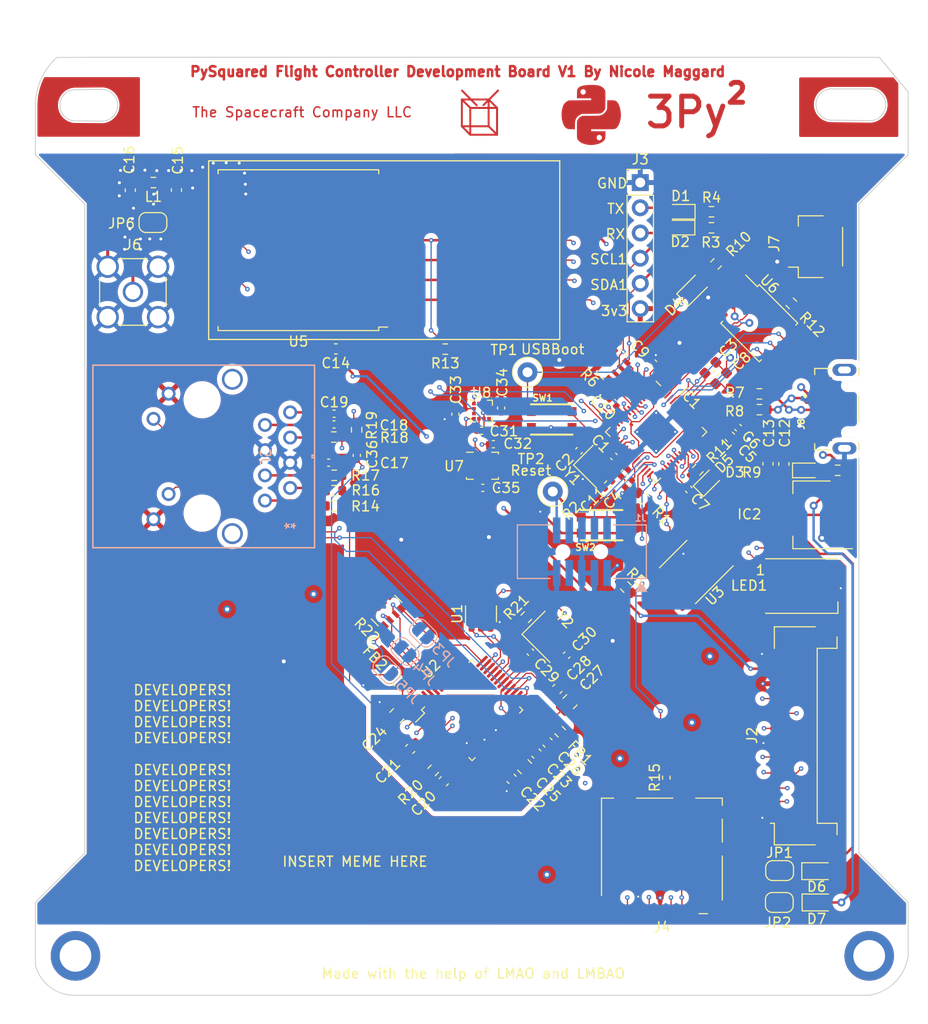
<source format=kicad_pcb>
(kicad_pcb (version 20221018) (generator pcbnew)
  (layers (0 "F.Cu" signal) (1 "In1.Cu" signal) (2 "In2.Cu" signal) (31 "B.Cu" signal) (34 "B.Paste" user) (35 "F.Paste" user) (36 "B.SilkS" user "B.Silkscreen") (37 "F.SilkS" user "F.Silkscreen") (38 "B.Mask" user) (39 "F.Mask" user) (44 "Edge.Cuts" user))
  (net 0 "")
  (net 1 "Net-(IC1-XIN)")
  (net 2 "Net-(C2-Pad2)")
  (net 3 "1.2V")
  (net 4 "GND")
  (net 5 "3.3V")
  (net 6 "VBUS")
  (net 7 "3v3 Spec")
  (net 8 "VCC_RF1")
  (net 9 "RF1_ANT")
  (net 10 "Net-(J6-In)")
  (net 11 "TCT")
  (net 12 "RCT")
  (net 13 "Net-(C18-Pad1)")
  (net 14 "RX+")
  (net 15 "Net-(C19-Pad1)")
  (net 16 "RX-")
  (net 17 "VDDA")
  (net 18 "Net-(U2-TOCAP)")
  (net 19 "Net-(U2-1V20)")
  (net 20 "Net-(U2-XI{slash}CLKIN)")
  (net 21 "Net-(U2-XO)")
  (net 22 "Net-(U8-C1)")
  (net 23 "Net-(D1-K)")
  (net 24 "TX")
  (net 25 "Net-(D2-K)")
  (net 26 "RX")
  (net 27 "Net-(D3-A)")
  (net 28 "/USBBOOT")
  (net 29 "Net-(D4-A)")
  (net 30 "Net-(D5-A)")
  (net 31 "Net-(D6-K)")
  (net 32 "Net-(D7-K)")
  (net 33 "SDA1")
  (net 34 "SCL1")
  (net 35 "SDA0")
  (net 36 "SCL0")
  (net 37 "ENABLE_BURN")
  (net 38 "I2C_RESET")
  (net 39 "SPI1_MISO")
  (net 40 "SPI1_CS0")
  (net 41 "SPI1_SCK")
  (net 42 "SPI1_MOSI")
  (net 43 "ENAB_RF")
  (net 44 "VBUS_RESET")
  (net 45 "BURN_RELAY_A")
  (net 47 "Net-(IC1-XOUT)")
  (net 48 "SWCLK")
  (net 49 "SWDIO")
  (net 50 "/~{RESET}")
  (net 51 "SPI0_MISO")
  (net 52 "SPI0_CS0")
  (net 53 "SPI0_SCK")
  (net 54 "SPI0_MOSI")
  (net 55 "RF1_RST")
  (net 56 "WDT_WDI")
  (net 57 "RF1_IO4")
  (net 58 "RF1_IO0")
  (net 59 "NEOPIX")
  (net 60 "NEO_PWR")
  (net 61 "firm_active")
  (net 62 "/A2")
  (net 63 "/A3")
  (net 64 "/D-")
  (net 65 "/D+")
  (net 66 "/QSPI_DATA[3]")
  (net 67 "/QSPI_SCK")
  (net 68 "/QSPI_DATA[0]")
  (net 69 "/QSPI_DATA[2]")
  (net 70 "/QSPI_DATA[1]")
  (net 71 "/QSPI_CS")
  (net 77 "TX+")
  (net 78 "TX-")
  (net 79 "GREENLED")
  (net 80 "YELLOWLED")
  (net 81 "Net-(JP3-A)")
  (net 82 "Net-(JP3-B)")
  (net 83 "Net-(JP4-B)")
  (net 84 "Net-(JP5-B)")
  (net 85 "Net-(U3-~{RESET})")
  (net 86 "Net-(U2-EXRES1)")
  (net 87 "Net-(R22-R4.1)")
  (net 88 "MISO_ETHER")
  (net 103 "Net-(U3-~{MR})")
  (net 123 "USB_D-")
  (net 124 "USB_D+")
  (net 126 "SPI0_CS1")
  (net 127 "GNDA")
  (footprint "LED_SMD:LED_0603_1608Metric" (layer "F.Cu") (at 211.241036 90.238965 45)
    (fp_text reference "D5")
    (fp_text value "LED")
  )
  (footprint "Resistor_SMD:R_Array_Convex_4x0603" (layer "F.Cu") (at 178.75 103.32 135)
    (fp_text reference "R22")
    (fp_text value "10k")
  )
  (footprint "Capacitor_SMD:C_0402_1005Metric" (layer "F.Cu") (at 202.74 89.45 -135)
    (fp_text reference "C11")
    (fp_text value "100nf")
  )
  (footprint "Capacitor_SMD:C_0603_1608Metric" (layer "F.Cu") (at 217.21 88.52 90)
    (fp_text reference "C13")
    (fp_text value "22uF")
  )
  (footprint "Resistor_SMD:R_0603_1608Metric" (layer "F.Cu") (at 216.345 81.48)
    (fp_text reference "R7")
    (fp_text value "22")
  )
  (footprint "Capacitor_SMD:C_0402_1005Metric" (layer "F.Cu") (at 172.91 88.41)
    (fp_text reference "C17")
    (fp_text value "10nf")
  )
  (footprint "Resistor_SMD:R_0402_1005Metric" (layer "F.Cu") (at 206.96 120.14 90)
    (fp_text reference "R15")
    (fp_text value "10k")
  )
  (footprint "Connector_Coaxial:SMA_Amphenol_901-144_Vertical" (layer "F.Cu") (at 153.17 71.21)
    (fp_text reference "J6")
    (fp_text value "Conn_Coaxial")
  )
  (footprint "Capacitor_SMD:C_0603_1608Metric" (layer "F.Cu") (at 152.91 60.96 -90)
    (fp_text reference "C16")
    (fp_text value "DNI")
  )
  (footprint "Resistor_SMD:R_0603_1608Metric" (layer "F.Cu") (at 173.43 85.83 180)
    (fp_text reference "R18")
    (fp_text value "49.9")
  )
  (footprint "Package_TO_SOT_SMD:SOT-223" (layer "F.Cu") (at 221.63 93.67 180)
    (fp_text reference "IC2")
    (fp_text value "AZ1117CH-3.3TRG1")
  )
  (footprint "Capacitor_SMD:C_0805_2012Metric" (layer "F.Cu") (at 179.78 113.9 45)
    (fp_text reference "C24")
    (fp_text value "10uF")
  )
  (footprint "Capacitor_SMD:C_0402_1005Metric" (layer "F.Cu") (at 203.12 90.51 45)
    (fp_text reference "C4")
    (fp_text value "100nf")
  )
  (footprint "Capacitor_SMD:C_0805_2012Metric" (layer "F.Cu") (at 192.67 119.04 135)
    (fp_text reference "C25")
    (fp_text value "10uF")
  )
  (footprint "LED_SMD:LED_0603_1608Metric" (layer "F.Cu") (at 208.37 63.13 180)
    (fp_text reference "D1")
    (fp_text value "LED")
  )
  (footprint "Resistor_SMD:R_Array_Convex_4x0603" (layer "F.Cu") (at 201.457868 78.494924 135)
    (fp_text reference "R6")
    (fp_text value "10k")
  )
  (footprint "Resistor_SMD:R_0603_1608Metric" (layer "F.Cu") (at 196.26 115.52 -45)
    (fp_text reference "FB1")
    (fp_text value "FerriteBead")
  )
  (footprint "Capacitor_SMD:C_0603_1608Metric" (layer "F.Cu") (at 218.81 88.54 90)
    (fp_text reference "C12")
    (fp_text value "10uF")
  )
  (footprint "LED_SMD:LED_0603_1608Metric" (layer "F.Cu") (at 221.17 89.19)
    (fp_text reference "D3")
    (fp_text value "LED")
  )
  (footprint "Capacitor_SMD:C_0603_1608Metric" (layer "F.Cu") (at 184.52 120.51 -135)
    (fp_text reference "C20")
    (fp_text value "0.1uF")
  )
  (footprint "Capacitor_SMD:C_0402_1005Metric" (layer "F.Cu") (at 173.45 84.56)
    (fp_text reference "C18")
    (fp_text value "6.8nf")
  )
  (footprint "FC_DEV_BOARD:BTN_KMR2_4.6X2.8" (layer "F.Cu") (at 200.43 94.71)
    (fp_text reference "SW2")
    (fp_text value "KMR2")
  )
  (footprint "Capacitor_SMD:C_0402_1005Metric" (layer "F.Cu") (at 189.52 86.55)
    (fp_text reference "C32")
    (fp_text value "100nf")
  )
  (footprint "Capacitor_SMD:C_0402_1005Metric" (layer "F.Cu") (at 173.46 83.48)
    (fp_text reference "C19")
    (fp_text value "6.8nf")
  )
  (footprint "LOGO" (layer "F.Cu") (at 199.374384 53.975466)
    (fp_text reference "G***" hide)
    (fp_text value "LOGO" hide)
  )
  (footprint "Capacitor_SMD:C_0402_1005Metric" (layer "F.Cu") (at 190.3 82.91 -90)
    (fp_text reference "C34")
    (fp_text value "100nf")
  )
  (footprint "Resistor_SMD:R_0603_1608Metric" (layer "F.Cu") (at 155.24 60.19 180)
    (fp_text reference "L1")
    (fp_text value "DNI")
  )
  (footprint "Capacitor_SMD:C_0603_1608Metric" (layer "F.Cu") (at 211.401992 78.848008 45)
    (fp_text reference "C3")
    (fp_text value "1uF")
  )
  (footprint "Crystal:Crystal_SMD_3225-4Pin_3.2x2.5mm" (layer "F.Cu") (at 194.98 105.95 -45)
    (fp_text reference "Y2")
    (fp_text value "25MHz")
  )
  (footprint "Resistor_SMD:R_0402_1005Metric" (layer "F.Cu") (at 201.1 90.63 -135)
    (fp_text reference "R2")
    (fp_text value "1k")
  )
  (footprint "Resistor_SMD:R_0603_1608Metric" (layer "F.Cu") (at 173.47 89.69 180)
    (fp_text reference "R17")
    (fp_text value "10")
  )
  (footprint "Capacitor_SMD:C_0603_1608Metric" (layer "F.Cu") (at 191.35 120.27 -45)
    (fp_text reference "C22")
    (fp_text value "0.1uF")
  )
  (footprint "Resistor_SMD:R_0603_1608Metric" (layer "F.Cu") (at 192.84 103.98 45)
    (fp_text reference "R21")
    (fp_text value "1M")
  )
  (footprint "Crystal:Crystal_SMD_2520-4Pin_2.5x2.0mm" (layer "F.Cu") (at 199.756307 88.816256 -45)
    (fp_text reference "Y1")
    (fp_text value "12MHZ")
  )
  (footprint "LOGO" (layer "F.Cu") (at 199.374384 53.975466)
    (fp_text reference "G***" hide)
    (fp_text value "LOGO" hide)
  )
  (footprint "Capacitor_SMD:C_0603_1608Metric" (layer "F.Cu") (at 212.48 79.92 45)
    (fp_text reference "C8")
    (fp_text value "1uF")
  )
  (footprint "Capacitor_SMD:C_0402_1005Metric" (layer "F.Cu") (at 201.57 82.35 135)
    (fp_text reference "C10")
    (fp_text value "100nf")
  )
  (footprint "Jumper:SolderJumper-2_P1.3mm_Open_RoundedPad1.0x1.5mm" (layer "F.Cu") (at 218.38 129.51)
    (fp_text reference "JP1")
    (fp_text value "SolderJumper_2_Open")
  )
  (footprint "" (layer "F.Cu") (at 227.4144 138.1)
    (fp_text reference "")
    (fp_text value "")
  )
  (footprint "" (layer "F.Cu") (at 147.381083 138.1)
    (fp_text reference "")
    (fp_text value "")
  )
  (footprint "Capacitor_SMD:C_0603_1608Metric" (layer "F.Cu") (at 157.56 60.95 -90)
    (fp_text reference "C15")
    (fp_text value "DNI")
  )
  (footprint "Capacitor_SMD:C_0805_2012Metric" (layer "F.Cu") (at 197.25 112.49 45)
    (fp_text reference "C27")
    (fp_text value "10uF")
  )
  (footprint "Resistor_SMD:R_0603_1608Metric" (layer "F.Cu") (at 219.56 72.36 135)
    (fp_text reference "R12")
    (fp_text value "10k")
  )
  (footprint "Resistor_SMD:R_0603_1608Metric" (layer "F.Cu") (at 173.45 92.77 180)
    (fp_text reference "R14")
    (fp_text value "49.9")
  )
  (footprint "FC_DEV_BOARD:RFM98PW" (layer "F.Cu") (at 178.51 67.501499 180)
    (fp_text reference "U4" hide)
    (fp_text value "RFM98PW" hide)
  )
  (footprint "Resistor_SMD:R_0603_1608Metric" (layer "F.Cu") (at 175.73 85.1 -90)
    (fp_text reference "R19")
    (fp_text value "49.9")
  )
  (footprint "Package_TO_SOT_SMD:SOT-23-5" (layer "F.Cu") (at 188.27 103.64 90)
    (fp_text reference "U1")
    (fp_text value "SN74AHC1G125DBVR")
  )
  (footprint "Resistor_SMD:R_0603_1608Metric" (layer "F.Cu") (at 211.51 63.13)
    (fp_text reference "R4")
    (fp_text value "1k")
  )
  (footprint "Resistor_SMD:R_0603_1608Metric" (layer "F.Cu") (at 183.45 119.42 45)
    (fp_text reference "R20")
    (fp_text value "12.4k")
  )
  (footprint "TestPoint:TestPoint_Loop_D1.80mm_Drill1.0mm_Beaded" (layer "F.Cu") (at 195.51 91.32)
    (fp_text reference "TP2")
    (fp_text value "RESET")
  )
  (footprint "Diode_SMD:D_SOD-323F" (layer "F.Cu") (at 222.23 129.57)
    (fp_text reference "D6")
    (fp_text value "NSR0320")
  )
  (footprint "Package_LGA:LGA-14_3x2.5mm_P0.5mm_LayoutBorder3x4y" (layer "F.Cu") (at 188.42 88.72)
    (fp_text reference "U7")
    (fp_text value "LSM6DSOTR")
  )
  (footprint "Capacitor_SMD:C_0402_1005Metric" (layer "F.Cu") (at 198.16 87.21 -135)
    (fp_text reference "C2")
    (fp_text value "22pF")
  )
  (footprint "Jumper:SolderJumper-2_P1.3mm_Open_RoundedPad1.0x1.5mm" (layer "F.Cu") (at 155.19 64.22)
    (fp_text reference "JP6")
    (fp_text value "SolderJumper_2_Open")
  )
  (footprint "Capacitor_SMD:C_0603_1608Metric" (layer "F.Cu") (at 195.97 111.2 45)
    (fp_text reference "C28")
    (fp_text value "0.1uF")
  )
  (footprint "Capacitor_SMD:C_0603_1608Metric" (layer "F.Cu") (at 213.36 85.8 -45)
    (fp_text reference "C6")
    (fp_text value "1uF")
  )
  (footprint "Capacitor_SMD:C_0402_1005Metric" (layer "F.Cu") (at 205.65 78.39 135)
    (fp_text reference "C9")
    (fp_text value "100nf")
  )
  (footprint "Package_SO:SOIC-8_5.275x5.275mm_P1.27mm" (layer "F.Cu") (at 216.33 74.36 -45)
    (fp_text reference "U6")
    (fp_text value "W25Q128JV")
  )
  (footprint "LED_SMD:LED_0603_1608Metric" (layer "F.Cu") (at 208.35 64.73 180)
    (fp_text reference "D2")
    (fp_text value "LED")
  )
  (footprint "Resistor_SMD:R_0603_1608Metric" (layer "F.Cu") (at 179.78 110.36 -45)
    (fp_text reference "FB2")
    (fp_text value "FerriteBead")
  )
  (footprint "Capacitor_SMD:C_0402_1005Metric" (layer "F.Cu") (at 209.23 91.11 -45)
    (fp_text reference "C7")
    (fp_text value "100nf")
  )
  (footprint "Resistor_SMD:R_0603_1608Metric" (layer "F.Cu") (at 216.35 83.07)
    (fp_text reference "R8")
    (fp_text value "22")
  )
  (footprint "LED_SMD:LED_WS2812B_PLCC4_5.0x5.0mm_P3.2mm" (layer "F.Cu") (at 220.61 100.84)
    (fp_text reference "LED1")
    (fp_text value "WS2812B_SK6812_1515")
  )
  (footprint "Diode_SMD:D_SOD-323F" (layer "F.Cu") (at 222.26 132.72)
    (fp_text reference "D7")
    (fp_text value "NSR0320")
  )
  (footprint "Resistor_SMD:R_0603_1608Metric" (layer "F.Cu") (at 210.13 89.12 45)
    (fp_text reference "R11")
    (fp_text value "10k")
  )
  (footprint "Capacitor_SMD:C_0402_1005Metric" (layer "F.Cu") (at 201.67 87.78 -45)
    (fp_text reference "C1")
    (fp_text value "22pF")
  )
  (footprint "Diode_SMD:D_SOD-323F" (layer "F.Cu") (at 209.7425 70.86 45)
    (fp_text reference "D4")
    (fp_text value "NSR0320")
  )
  (footprint "Resistor_SMD:R_0603_1608Metric" (layer "F.Cu") (at 211.51 64.75)
    (fp_text reference "R3")
    (fp_text value "1k")
  )
  (footprint "Connector_Card:microSD_HC_Molex_104031-0811" (layer "F.Cu") (at 206.53 128.03 180)
    (fp_text reference "J4")
    (fp_text value "104031-0811")
  )
  (footprint "Resistor_SMD:R_0603_1608Metric" (layer "F.Cu") (at 204.74 92.05 135)
    (fp_text reference "R1")
    (fp_text value "10k")
  )
  (footprint "Connector_JST:JST_SH_SM04B-SRSS-TB_1x04-1MP_P1.00mm_Horizontal" (layer "F.Cu") (at 222.05 66.65 90)
    (fp_text reference "J7")
    (fp_text value "Breakout")
  )
  (footprint "Capacitor_SMD:C_0603_1608Metric" (layer "F.Cu") (at 181.13 117.25 -135)
    (fp_text reference "C21")
    (fp_text value "0.1uF")
  )
  (footprint "Capacitor_SMD:C_0603_1608Metric" (layer "F.Cu") (at 193.86 117.72 -45)
    (fp_text reference "C23")
    (fp_text value "0.1uF")
  )
  (footprint "Package_DFN_QFN:QFN-56-1EP_7x7mm_P0.4mm_EP3.2x3.2mm_ThermalVias" (layer "F.Cu") (at 205.93 85.31 -45)
    (fp_text reference "IC1")
    (fp_text value "RP2040_QFN56")
  )
  (footprint "Capacitor_SMD:C_0402_1005Metric" (layer "F.Cu") (at 188.34 85.19)
    (fp_text reference "C31")
    (fp_text value "220nf")
  )
  (footprint "RF_Module:HOPERF_RFM9XW_SMD" (layer "F.Cu") (at 169.86 67 180)
    (fp_text reference "U5")
    (fp_text value "RFM9xBreakout")
  )
  (footprint "Capacitor_SMD:C_0402_1005Metric" (layer "F.Cu") (at 214.199411 84.879411 135)
    (fp_text reference "C5")
    (fp_text value "100nf")
  )
  (footprint "Resistor_SMD:R_0603_1608Metric" (layer "F.Cu") (at 173.46 91.23 180)
    (fp_text reference "R16")
    (fp_text value "49.9")
  )
  (footprint "Package_LGA:LGA-12_2x2mm_P0.5mm" (layer "F.Cu") (at 188.32 83.22)
    (fp_text reference "U8")
    (fp_text value "LSM303AGRTR")
  )
  (footprint "Jumper:SolderJumper-2_P1.3mm_Open_RoundedPad1.0x1.5mm" (layer "F.Cu") (at 218.35 132.72)
    (fp_text reference "JP2")
    (fp_text value "SolderJumper_2_Open")
  )
  (footprint "FC_DEV_BOARD:BTN_KMR2_4.6X2.8" (layer "F.Cu") (at 195.4 84.06)
    (fp_text reference "SW1")
    (fp_text value "KMR2")
  )
  (footprint "Capacitor_SMD:C_0402_1005Metric" (layer "F.Cu") (at 175.75 87.68 -90)
    (fp_text reference "C36")
    (fp_text value "10nf")
  )
  (footprint "Capacitor_SMD:C_0402_1005Metric" (layer "F.Cu") (at 193.25 107.5 -45)
    (fp_text reference "C29")
    (fp_text value "22pF")
  )
  (footprint "Capacitor_SMD:C_0603_1608Metric" (layer "F.Cu") (at 173.63 76.95 180)
    (fp_text reference "C14")
    (fp_text value "10uF")
  )
  (footprint "Connector_Molex:Molex_Pico-Lock_504050-1291_1x12-1MP_P1.50mm_Horizontal" (layer "F.Cu") (at 220.745 115.93 90)
    (fp_text reference "J2")
    (fp_text value "FC to EPS Connector")
  )
  (footprint "Capacitor_SMD:C_0402_1005Metric" (layer "F.Cu") (at 185.69 83.52 -90)
    (fp_text reference "C33")
    (fp_text value "100nf")
  )
  (footprint "TestPoint:TestPoint_Loop_D1.80mm_Drill1.0mm_Beaded" (layer "F.Cu") (at 192.96 79.3)
    (fp_text reference "TP1")
    (fp_text value "USBBOOT")
  )
  (footprint "Resistor_SMD:R_0603_1608Metric" (layer "F.Cu") (at 202.88 100.94 -45)
    (fp_text reference "R5")
    (fp_text value "10k")
  )
  (footprint "Package_SO:SO-8_3.9x4.9mm_P1.27mm" (layer "F.Cu") (at 209.46 99.43 -135)
    (fp_text reference "U3")
    (fp_text value "MAX706RESA")
  )
  (footprint "Resistor_SMD:R_0603_1608Metric" (layer "F.Cu") (at 211.97 68.39 -135)
    (fp_text reference "R10")
    (fp_text value "1k")
  )
  (footprint "Capacitor_SMD:C_0603_1608Metric" (layer "F.Cu") (at 194.98 116.6 135)
    (fp_text reference "C26")
    (fp_text value "0.1uF")
  )
  (footprint "Capacitor_SMD:C_0402_1005Metric" (layer "F.Cu") (at 196.91 107.81 -135)
    (fp_text reference "C30")
    (fp_text value "22pF")
  )
  (footprint "FC_DEV_BOARD:MOLEX_105164-0001" (layer "F.Cu") (at 226.37 83.02 90)
    (fp_text reference "J8")
    (fp_text value "USB_B_Micro")
    (fp_line (start -4.9 0) (end -3.4 0) (stroke (width 0.01)) (layer "Edge.Cuts"))
    (fp_line (start -3.4 0) (end -2.825 -0.5) (stroke (width 0.01)) (layer "Edge.Cuts"))
    (fp_line (start -2.825 -1.15) (end -2.825 -0.5) (stroke (width 0.01)) (layer "Edge.Cuts"))
    (fp_line (start -1.925 -1.15) (end -1.925 -0.5) (stroke (width 0.01)) (layer "Edge.Cuts"))
    (fp_line (start 0.00053 0.004943) (end -1.29947 0.004943) (stroke (width 0.01)) (layer "Edge.Cuts"))
    (fp_line (start 0.00053 0.004943) (end 1.3 0) (stroke (width 0.01)) (layer "Edge.Cuts"))
    (fp_line (start 1.925 -1.15) (end 1.925 -0.5) (stroke (width 0.01)) (layer "Edge.Cuts"))
    (fp_line (start 2.825 -1.15) (end 2.825 -0.5) (stroke (width 0.01)) (layer "Edge.Cuts"))
    (fp_line (start 3.4 0) (end 2.825 -0.5) (stroke (width 0.01)) (layer "Edge.Cuts"))
    (fp_line (start 4.9 0) (end 3.4 0) (stroke (width 0.01)) (layer "Edge.Cuts"))
    (fp_arc (start -2.825 -1.15) (mid -2.375 -1.6) (end -1.925 -1.15) (stroke (width 0.01)) (layer "Edge.Cuts"))
    (fp_arc (start -1.29947 0.004943) (mid -1.716881 -0.117891) (end -1.924999 -0.5) (stroke (width 0.01)) (layer "Edge.Cuts"))
    (fp_arc (start 1.925 -1.15) (mid 2.375 -1.6) (end 2.825 -1.15) (stroke (width 0.01)) (layer "Edge.Cuts"))
    (fp_arc (start 1.925529 -0.504943) (mid 1.717412 -0.122833) (end 1.3 0) (stroke (width 0.01)) (layer "Edge.Cuts"))
  )
  (footprint "Resistor_SMD:R_0603_1608Metric" (layer "F.Cu") (at 184.67 76.97 180)
    (fp_text reference "R13")
    (fp_text value "10k")
  )
  (footprint "Package_QFP:LQFP-48_7x7mm_P0.5mm" (layer "F.Cu") (at 187.372124 113.328788 45)
    (fp_text reference "U2")
    (fp_text value "W5500")
  )
  (footprint "Connector_PinHeader_2.54mm:PinHeader_1x06_P2.54mm_Vertical" (layer "F.Cu") (at 204.33 60.19)
    (fp_text reference "J3")
    (fp_text value "Life Makes Lemonade")
  )
  (footprint "Capacitor_SMD:C_0402_1005Metric" (layer "F.Cu") (at 188.45 90.95)
    (fp_text reference "C35")
    (fp_text value "100nf")
  )
  (footprint "Resistor_SMD:R_0603_1608Metric" (layer "F.Cu") (at 224.24 89.18 180)
    (fp_text reference "R9")
    (fp_text value "10k")
  )
  (footprint "FC_DEV_BOARD:JTAG_2X05_1.27MM_BOX_NOCREAM" (layer "B.Cu") (at 198.44 97.38 180)
    (fp_text reference "J1")
    (fp_text value "Conn_ARM_JTAG_SWD_10")
  )
  (footprint "Jumper:SolderJumper-2_P1.3mm_Open_RoundedPad1.0x1.5mm" (layer "B.Cu") (at 178.79 109.28 135)
    (fp_text reference "JP5")
    (fp_text value "SolderJumper_2_Open")
  )
  (footprint "FC_DEV_BOARD:RB1-125BAG1A_WIZ" (layer "B.Cu") (at 169.030001 92.23 90)
    (fp_text reference "J5")
    (fp_text value "RJ45_LED_Shielded")
  )
  (footprint "Jumper:SolderJumper-2_P1.3mm_Open_RoundedPad1.0x1.5mm" (layer "B.Cu") (at 180.620381 107.440381 135)
    (fp_text reference "JP4")
    (fp_text value "SolderJumper_2_Open")
  )
  (footprint "Jumper:SolderJumper-2_P1.3mm_Open_RoundedPad1.0x1.5mm" (layer "B.Cu") (at 182.45 105.58 135)
    (fp_text reference "JP3")
    (fp_text value "SolderJumper_2_Open")
  )
  (gr_line (start 187.19 55.37) (end 186.34 54.52) (stroke (width 0.2)) (layer "F.Cu"))
  (gr_line (start 189.04 51.82) (end 189.89 52.67) (stroke (width 0.2)) (layer "F.Cu"))
  (gr_line (start 187.84 52.41) (end 186.36 50.93) (stroke (width 0.2)) (layer "F.Cu"))
  (gr_line (start 186.34 54.52) (end 189.04 54.52) (stroke (width 0.2)) (layer "F.Cu"))
  (gr_line (start 187.19 52.67) (end 187.19 55.37) (stroke (width 0.2)) (layer "F.Cu"))
  (gr_line (start 189.89 52.67) (end 187.19 52.67) (stroke (width 0.2)) (layer "F.Cu"))
  (gr_line (start 189.04 51.82) (end 186.34 51.82) (stroke (width 0.2)) (layer "F.Cu"))
  (gr_line (start 188.52 52.39) (end 189.99 50.92) (stroke (width 0.2)) (layer "F.Cu"))
  (gr_line (start 189.04 54.52) (end 189.04 51.82) (stroke (width 0.2)) (layer "F.Cu"))
  (gr_line (start 186.34 54.52) (end 186.34 51.82) (stroke (width 0.2)) (layer "F.Cu"))
  (gr_line (start 186.34 51.82) (end 187.19 52.67) (stroke (width 0.2)) (layer "F.Cu"))
  (gr_line (start 187.19 55.37) (end 189.89 55.37) (stroke (width 0.2)) (layer "F.Cu"))
  (gr_line (start 189.04 54.52) (end 189.89 55.37) (stroke (width 0.2)) (layer "F.Cu"))
  (gr_line (start 189.89 55.37) (end 189.89 52.67) (stroke (width 0.2)) (layer "F.Cu"))
  (gr_line (start 147.266164 53.978713) (end 150.016362 54.003722) (stroke (width 0.1)) (layer "Edge.Cuts"))
  (gr_line (start 197.601362 47.563722) (end 223.001362 47.563722) (stroke (width 0.1)) (layer "Edge.Cuts"))
  (gr_arc (start 143.3432 52.5744) (mid 143.878092 49.844486) (end 145.50672 47.589245) (stroke (width 0.1)) (layer "Edge.Cuts"))
  (gr_arc (start 150.016362 50.803722) (mid 151.616378 52.403722) (end 150.016362 54.003722) (stroke (width 0.1)) (layer "Edge.Cuts"))
  (gr_arc (start 223.616362 53.903722) (mid 222.041575 52.303731) (end 223.666337 50.754515) (stroke (width 0.1)) (layer "Edge.Cuts"))
  (gr_line (start 143.3432 134) (end 143.3432 132.71) (stroke (width 0.1)) (layer "Edge.Cuts"))
  (gr_line (start 143.3432 139.0744) (end 143.3432 134) (stroke (width 0.1)) (layer "Edge.Cuts"))
  (gr_line (start 147.316139 50.829506) (end 150.016362 50.803722) (stroke (width 0.1)) (layer "Edge.Cuts"))
  (gr_line (start 143.3432 57.38) (end 143.3432 52.5744) (stroke (width 0.1)) (layer "Edge.Cuts"))
  (gr_line (start 145.50672 47.589245) (end 149.976362 47.563722) (stroke (width 0.1)) (layer "Edge.Cuts"))
  (gr_line (start 231.3432 133.532) (end 231.3432 132.71) (stroke (width 0.1)) (layer "Edge.Cuts"))
  (gr_line (start 227.3432 142.0744) (end 147.3432 142.0744) (stroke (width 0.1)) (layer "Edge.Cuts"))
  (gr_line (start 223.001362 47.563722) (end 228.441362 47.578722) (stroke (width 0.1)) (layer "Edge.Cuts"))
  (gr_arc (start 227.466362 50.753722) (mid 229.066378 52.353722) (end 227.466362 53.953722) (stroke (width 0.1)) (layer "Edge.Cuts"))
  (gr_arc (start 147.266164 53.978713) (mid 145.821876 52.380794) (end 147.316139 50.829506) (stroke (width 0.1)) (layer "Edge.Cuts"))
  (gr_line (start 231.3432 132.71) (end 226.37 127.7368) (stroke (width 0.1)) (layer "Edge.Cuts"))
  (gr_arc (start 147.3432 142.0744) (mid 144.830806 141.257591) (end 143.3432 139.0744) (stroke (width 0.1)) (layer "Edge.Cuts"))
  (gr_line (start 197.601362 47.563722) (end 196.4436 47.563722) (stroke (width 0.1)) (layer "Edge.Cuts"))
  (gr_line (start 143.3432 132.71) (end 148.32 127.7332) (stroke (width 0.1)) (layer "Edge.Cuts"))
  (gr_line (start 185.536362 47.563722) (end 149.976362 47.563722) (stroke (width 0.1)) (layer "Edge.Cuts"))
  (gr_line (start 185.536362 47.563722) (end 186.8932 47.563722) (stroke (width 0.1)) (layer "Edge.Cuts"))
  (gr_line (start 186.8932 47.563722) (end 196.4436 47.563722) (stroke (width 0.1)) (layer "Edge.Cuts"))
  (gr_line (start 223.616362 53.903722) (end 227.466362 53.953722) (stroke (width 0.1)) (layer "Edge.Cuts"))
  (gr_line (start 143.3432 57.38) (end 148.32 62.3568) (stroke (width 0.1)) (layer "Edge.Cuts"))
  (gr_line (start 226.37 87.92) (end 226.37 127.7368) (stroke (width 0.1)) (layer "Edge.Cuts"))
  (gr_line (start 231.3432 57.38) (end 226.37 62.3532) (stroke (width 0.1)) (layer "Edge.Cuts"))
  (gr_line (start 231.3432 56.345522) (end 231.3432 57.38) (stroke (width 0.1)) (layer "Edge.Cuts"))
  (gr_line (start 226.37 78.12) (end 226.37 62.3532) (stroke (width 0.1)) (layer "Edge.Cuts"))
  (gr_line (start 231.3432 56.345522) (end 231.3432 51.0744) (stroke (width 0.1)) (layer "Edge.Cuts"))
  (gr_line (start 228.441362 47.578722) (end 231.3432 51.0744) (stroke (width 0.1)) (layer "Edge.Cuts"))
  (gr_line (start 231.3432 133.532) (end 231.3432 138.0744) (stroke (width 0.1)) (layer "Edge.Cuts"))
  (gr_line (start 227.466362 50.753722) (end 223.666337 50.754515) (stroke (width 0.1)) (layer "Edge.Cuts"))
  (gr_line (start 148.32 127.7332) (end 148.32 62.3568) (stroke (width 0.1)) (layer "Edge.Cuts"))
  (gr_arc (start 231.3432 138.0744) (mid 230.019606 140.750806) (end 227.3432 142.0744) (stroke (width 0.1)) (layer "Edge.Cuts"))
  (gr_text "2" (at 214.07 51.2) (layer "F.Cu") (effects (font (size 2 2) (thickness 0.5))))
  (gr_text "3Py" (at 209.01 53.12) (layer "F.Cu") (effects (font (size 3 3) (thickness 0.5))))
  (gr_text "PySquared Flight Controller Development Board V1 By Nicole Maggard" (at 185.92 49.6) (layer "F.Cu") (effects (font (size 1 1) (thickness 0.25) bold) (justify bottom)))
  (gr_text "The Spacecraft Company LLC" (at 159.07 53.69) (layer "F.Cu") (effects (font (size 1 1)) (justify left bottom)))
  (gr_text "DEVELOPERS!\nDEVELOPERS!\nDEVELOPERS!\nDEVELOPERS!\n\nDEVELOPERS!\nDEVELOPERS!\nDEVELOPERS!\nDEVELOPERS!\nDEVELOPERS!\nDEVELOPERS!\nDEVELOPERS!" (at 153.14 129.62) (layer "F.SilkS") (effects (font (size 1 1)) (justify left bottom)))
  (gr_text "SDA1" (at 199.19 71.08) (layer "F.SilkS") (effects (font (size 1 1)) (justify left bottom)))
  (gr_text "SCL1" (at 199.18 68.5) (layer "F.SilkS") (effects (font (size 1 1)) (justify left bottom)))
  (gr_text "GND" (at 199.87 60.85) (layer "F.SilkS") (effects (font (size 1 1)) (justify left bottom)))
  (gr_text "3v3" (at 200.27 73.71) (layer "F.SilkS") (effects (font (size 1 1)) (justify left bottom)))
  (gr_text "Made with the help of LMAO and LMBAO" (at 172.11 140.47) (layer "F.SilkS") (effects (font (size 1 1)) (justify left bottom)))
  (gr_text "RX" (at 200.74 65.97) (layer "F.SilkS") (effects (font (size 1 1)) (justify left bottom)))
  (gr_text "Reset" (at 191.15 89.79) (layer "F.SilkS") (effects (font (size 1 1)) (justify left bottom)))
  (gr_text "INSERT MEME HERE" (at 168.16 129.19) (layer "F.SilkS") (effects (font (size 1 1)) (justify left bottom)))
  (gr_text "USBBoot" (at 192.21 77.57) (layer "F.SilkS") (effects (font (size 1 1)) (justify left bottom)))
  (gr_text "TX" (at 200.9 63.42) (layer "F.SilkS") (effects (font (size 1 1)) (justify left bottom)))
  (segment (start 201.690589 88.119411) (end 200.87 88.94) (width 0.127) (layer "F.Cu") (net 1))
  (segment (start 203.075056 87.316415) (end 202.27206 88.119411) (width 0.127) (layer "F.Cu") (net 1))
  (segment (start 202.27206 88.119411) (end 202.009411 88.119411) (width 0.127) (layer "F.Cu") (net 1))
  (segment (start 202.009411 88.119411) (end 201.690589 88.119411) (width 0.127) (layer "F.Cu") (net 1))
  (segment (start 198.752709 90.990624) (end 198.0365 90.274415) (width 0.127) (layer "F.Cu") (net 2))
  (segment (start 200.739376 90.990624) (end 198.752709 90.990624) (width 0.127) (layer "F.Cu") (net 2))
  (segment (start 198.642614 88.692512) (end 197.820589 87.870487) (width 0.127) (layer "F.Cu") (net 2))
  (segment (start 198.0365 89.298626) (end 198.642614 88.692512) (width 0.127) (layer "F.Cu") (net 2))
  (segment (start 197.820589 87.870487) (end 197.820589 87.549411) (width 0.127) (layer "F.Cu") (net 2))
  (segment (start 198.0365 90.274415) (end 198.0365 89.298626) (width 0.127) (layer "F.Cu") (net 2))
  (segment (start 208.219258 82.737899) (end 207.879242 83.077915) (width 0.127) (layer "F.Cu") (net 3))
  (segment (start 209.633472 84.152113) (end 209.973489 83.812096) (width 0.127) (layer "F.Cu") (net 3))
  (segment (start 208.219258 82.737899) (end 210.853984 80.103173) (width 0.127) (layer "F.Cu") (net 3))
  (segment (start 208.902129 84.492129) (end 209.293456 84.492129) (width 0.127) (layer "F.Cu") (net 3))
  (segment (start 206.043758 87.836242) (end 209.293455 84.586545) (width 0.127) (layer "F.Cu") (net 3))
  (segment (start 209.973489 83.812096) (end 213.132096 83.812096) (width 0.127) (layer "F.Cu") (net 3))
  (segment (start 210.853984 80.103173) (end 210.853984 79.396016) (width 0.127) (layer "F.Cu") (net 3))
  (segment (start 203.769411 89.860589) (end 203.459411 90.170589) (width 0.127) (layer "F.Cu") (net 3))
  (segment (start 203.769411 89.002134) (end 203.769411 89.860589) (width 0.127) (layer "F.Cu") (net 3))
  (segment (start 203.583568 88.816291) (end 203.769411 89.002134) (width 0.127) (layer "F.Cu") (net 3))
  (segment (start 209.293455 84.49213) (end 209.633472 84.152113) (width 0.127) (layer "F.Cu") (net 3))
  (segment (start 205.716242 87.836242) (end 206.043758 87.836242) (width 0.127) (layer "F.Cu") (net 3))
  (segment (start 207.879242 83.469242) (end 208.902129 84.492129) (width 0.127) (layer "F.Cu") (net 3))
  (segment (start 203.923585 88.164944) (end 203.583568 88.504961) (width 0.127) (layer "F.Cu") (net 3))
  (segment (start 204.684416 87.404113) (end 205.284113 87.404113) (width 0.127) (layer "F.Cu") (net 3))
  (segment (start 209.293455 84.586545) (end 209.293455 84.49213) (width 0.127) (layer "F.Cu") (net 3))
  (segment (start 203.583568 88.504961) (end 203.583568 88.816291) (width 0.127) (layer "F.Cu") (net 3))
  (segment (start 213.132096 83.812096) (end 213.86 84.54) (width 0.127) (layer "F.Cu") (net 3))
  (segment (start 209.293456 84.492129) (end 209.633472 84.152113) (width 0.127) (layer "F.Cu") (net 3))
  (segment (start 205.284113 87.404113) (end 205.716242 87.836242) (width 0.127) (layer "F.Cu") (net 3))
  (segment (start 203.923585 88.164944) (end 204.684416 87.404113) (width 0.127) (layer "F.Cu") (net 3))
  (segment (start 207.879242 83.077915) (end 207.879242 83.469242) (width 0.127) (layer "F.Cu") (net 3))
  (segment (start 188.93 89.6425) (end 188.92 89.6325) (width 0.127) (layer "F.Cu") (net 4))
  (segment (start 214.538822 85.218822) (end 214.538822 85.717194) (width 0.127) (layer "F.Cu") (net 4))
  (segment (start 209.933762 96.262163) (end 209.933761 96.336239) (width 0.25) (layer "F.Cu") (net 4))
  (segment (start 190.29 111.471572) (end 190.29 113.13) (width 0.127) (layer "F.Cu") (net 4))
  (segment (start 205.419411 78.050589) (end 205.9 77.57) (width 0.127) (layer "F.Cu") (net 4))
  (segment (start 217.95 124.18) (end 216.65 124.18) (width 0.25) (layer "F.Cu") (net 4))
  (segment (start 223.06 102.49) (end 224.49 101.06) (width 0.127) (layer "F.Cu") (net 4))
  (segment (start 210.684189 90.795812) (end 210.22301 90.795812) (width 0.127) (layer "F.Cu") (net 4))
  (segment (start 212.437377 73.161454) (end 212.437377 73.027377) (width 0.25) (layer "F.Cu") (net 4))
  (segment (start 196.570589 108.149411) (end 196.208403 108.511597) (width 0.127) (layer "F.Cu") (net 4))
  (segment (start 214.538822 85.218822) (end 214.538822 85.318822) (width 0.127) (layer "F.Cu") (net 4))
  (segment (start 197.921751 111.818249) (end 197.921751 111.768249) (width 0.127) (layer "F.Cu") (net 4))
  (segment (start 210.684189 90.795812) (end 210.684189 91.645811) (width 0.127) (layer "F.Cu") (net 4))
  (segment (start 189.0825 83.47) (end 188.58 83.47) (width 0.127) (layer "F.Cu") (net 4))
  (segment (start 175.078999 60) (end 172.4775 62.601499) (width 0.25) (layer "F.Cu") (net 4))
  (segment (start 177.463363 109.776637) (end 176.41 110.83) (width 0.127) (layer "F.Cu") (net 4))
  (segment (start 202.780589 90.169411) (end 202.400589 89.789411) (width 0.127) (layer "F.Cu") (net 4))
  (segment (start 198.53 89.990944) (end 198.53 90.07) (width 0.127) (layer "F.Cu") (net 4))
  (segment (start 210.831786 97.160188) (end 209.933762 96.262163) (width 0.25) (layer "F.Cu") (net 4))
  (segment (start 216.6 107.68) (end 217.95 107.68) (width 0.25) (layer "F.Cu") (net 4))
  (segment (start 201.330589 87.440589) (end 201.080355 87.440589) (width 0.127) (layer "F.Cu") (net 4))
  (segment (start 213.021992 79.371992) (end 211.95 78.3) (width 0.127) (layer "F.Cu") (net 4))
  (segment (start 218.81 87.765) (end 217.23 87.765) (width 0.25) (layer "F.Cu") (net 4))
  (segment (start 200.700589 82.010589) (end 201.230589 82.010589) (width 0.127) (layer "F.Cu") (net 4))
  (segment (start 174.435 76.95) (end 177.385 74) (width 0.25) (layer "F.Cu") (net 4))
  (segment (start 202.48 95.51) (end 198.38 95.51) (width 0.25) (layer "F.Cu") (net 4))
  (segment (start 188.82 85.19) (end 188.57 84.94) (width 0.127) (layer "F.Cu") (net 4))
  (segment (start 210.684189 91.645811) (end 210.4 91.93) (width 0.127) (layer "F.Cu") (net 4))
  (segment (start 177.385 60) (end 175.078999 60) (width 0.25) (layer "F.Cu") (net 4))
  (segment (start 188.93 90.95) (end 188.93 89.6425) (width 0.127) (layer "F.Cu") (net 4))
  (segment (start 215.27 86.05) (end 215.515 86.05) (width 0.127) (layer "F.Cu") (net 4))
  (segment (start 224.78 95.97) (end 222.69 95.97) (width 0.25) (layer "F.Cu") (net 4))
  (segment (start 215.515 86.05) (end 217.21 87.745) (width 0.127) (layer "F.Cu") (net 4))
  (segment (start 179.196637 109.776637) (end 177.463363 109.776637) (width 0.127) (layer "F.Cu") (net 4))
  (segment (start 193.589411 108.172161) (end 190.845786 110.915786) (width 0.127) (layer "F.Cu") (net 4))
  (segment (start 216.77 116.68) (end 216.75 116.66) (width 0.25) (layer "F.Cu") (net 4))
  (segment (start 196.518008 110.651992) (end 196.570589 110.599411) (width 0.127) (layer "F.Cu") (net 4))
  (segment (start 209.933761 96.336239) (end 208.679998 97.590002) (width 0.25) (layer "F.Cu") (net 4))
  (segment (start 222.26 84.32) (end 220.77 84.32) (width 0.25) (layer "F.Cu") (net 4))
  (segment (start 188.57 83.9825) (end 188.56 83.9725) (width 0.127) (layer "F.Cu") (net 4))
  (segment (start 224.49 101.06) (end 224.55 101.06) (width 0.127) (layer "F.Cu") (net 4))
  (segment (start 172.4775 62.601499) (end 172.4775 65.251499) (width 0.25) (layer "F.Cu") (net 4))
  (segment (start 195.91 60.001499) (end 204.141499 60.001499) (width 0.127) (layer "F.Cu") (net 4))
  (segment (start 205.310589 78.050589) (end 205.419411 78.050589) (width 0.127) (layer "F.Cu") (net 4))
  (segment (start 204.141499 60.001499) (end 204.33 60.19) (width 0.127) (layer "F.Cu") (net 4))
  (segment (start 196.570589 110.599411) (end 196.570589 108.149411) (width 0.127) (layer "F.Cu") (net 4))
  (segment (start 213.028008 78.201992) (end 213.39 77.84) (width 0.127) (layer "F.Cu") (net 4))
  (segment (start 196.41 95.51) (end 194.25 93.35) (width 0.25) (layer "F.Cu") (net 4))
  (segment (start 190.845786 110.915786) (end 190.29 111.471572) (width 0.127) (layer "F.Cu") (net 4))
  (segment (start 157.56 66.82) (end 155.71 68.67) (width 0.25) (layer "F.Cu") (net 4))
  (segment (start 202.400589 89.789411) (end 202.400589 89.799411) (width 0.127) (layer "F.Cu") (net 4))
  (segment (start 189.22 104.7775) (end 189.8425 104.7775) (width 0.127) (layer "F.Cu") (net 4))
  (segment (start 177.385 74) (end 177.001368 74) (width 0.25) (layer "F.Cu") (net 4))
  (segment (start 177.001368 74) (end 172.4775 69.476132) (width 0.25) (layer "F.Cu") (net 4))
  (segment (start 214.538822 85.318822) (end 215.27 86.05) (width 0.127) (layer "F.Cu") (net 4))
  (segment (start 202.780589 90.849411) (end 202.780589 90.169411) (width 0.127) (layer "F.Cu") (net 4))
  (segment (start 188.58 83.47) (end 188.49 83.38) (width 0.127) (layer "F.Cu") (net 4))
  (segment (start 220.3825 89.19) (end 220.235 89.19) (width 0.25) (layer "F.Cu") (net 4))
  (segment (start 174.405 76.95) (end 174.435 76.95) (width 0.25) (layer "F.Cu") (net 4))
  (segment (start 196.208403 108.511597) (end 194.261597 108.511597) (width 0.127) (layer "F.Cu") (net 4))
  (segment (start 190 86.55) (end 190 85.63) (width 0.127) (layer "F.Cu") (net 4))
  (segment (start 222.69 95.97) (end 222.66 96) (width 0.25) (layer "F.Cu") (net 4))
  (segment (start 152.91 61.735) (end 150.63 64.015) (width 0.3) (layer "F.Cu") (net 4))
  (segment (start 160.911499 62) (end 160.91 62.001499) (width 0.25) (layer "F.Cu") (net 4))
  (segment (start 190.29 113.13) (end 190.339348 113.114032) (width 0.127) (layer "F.Cu") (net 4))
  (segment (start 198.499411 86.870589) (end 197.45 85.821178) (width 0.127) (layer "F.Cu") (net 4))
  (segment (start 218.15 68.15) (end 218.14 68.16) (width 0.25) (layer "F.Cu") (net 4))
  (segment (start 220.77 84.32) (end 220.4 84.69) (width 0.25) (layer "F.Cu") (net 4))
  (segment (start 209.395 60.19) (end 204.33 60.19) (width 0.25) (layer "F.Cu") (net 4))
  (segment (start 191.906446 114.68113) (end 191.84113 114.68113) (width 0.127) (layer "F.Cu") (net 4))
  (segment (start 172.4775 69.476132) (end 172.4775 65.251499) (width 0.25) (layer "F.Cu") (net 4))
  (segment (start 213.028008 79.371992) (end 213.028008 78.201992) (width 0.127) (layer "F.Cu") (net 4))
  (segment (start 194.261597 108.511597) (end 193.589411 107.839411) (width 0.127) (layer "F.Cu") (net 4))
  (segment (start 198.38 95.51) (end 196.41 95.51) (width 0.25) (layer "F.Cu") (net 4))
  (segment (start 169.226001 62) (end 162.335 62) (width 0.25) (layer "F.Cu") (net 4))
  (segment (start 160.91 62.001499) (end 157.836499 62.001499) (width 0.25) (layer "F.Cu") (net 4))
  (segment (start 193.35 84.86) (end 195.32 84.86) (width 0.127) (layer "F.Cu") (net 4))
  (segment (start 188.42 89.6325) (end 188.92 89.6325) (width 0.127) (layer "F.Cu") (net 4))
  (segment (start 162.335 62) (end 160.911499 62) (width 0.25) (layer "F.Cu") (net 4))
  (segment (start 157.836499 62.001499) (end 157.56 61.725) (width 0.25) (layer "F.Cu") (net 4))
  (segment (start 200.3 81.61) (end 200.700589 82.010589) (width 0.127) (layer "F.Cu") (net 4))
  (segment (start 190.07 90.95) (end 190.08 90.96) (width 0.127) (layer "F.Cu") (net 4))
  (segment (start 172.4775 65.251499) (end 169.226001 62) (width 0.25) (layer "F.Cu") (net 4))
  (segment (start 193.589411 107.839411) (end 193.589411 108.172161) (width 0.127) (layer "F.Cu") (net 4))
  (segment (start 191.84113 114.68113) (end 190.29 113.13) (width 0.127) (layer "F.Cu") (net 4))
  (segment (start 188.57 84.94) (end 188.57 83.9825) (width 0.127) (layer "F.Cu") (net 4))
  (segment (start 204.135 133.48) (end 204.135 132.145) (width 0.127) (layer "F.Cu") (net 4))
  (segment (start 213.028008 79.371992) (end 213.021992 79.371992) (width 0.127) (layer "F.Cu") (net 4))
  (segment (start 195.32 84.86) (end 197.45 84.86) (width 0.127) (layer "F.Cu") (net 4))
  (segment (start 190.22 83.47) (end 190.3 83.39) (width 0.127) (layer "F.Cu") (net 4))
  (segment (start 212.437377 73.027377) (end 211.18 71.77) (width 0.25) (layer "F.Cu") (net 4))
  (segment (start 150.63 64.015) (end 150.63 68.67) (width 0.3) (layer "F.Cu") (net 4))
  (segment (start 212.335 63.13) (end 212.335 64.75) (width 0.25) (layer "F.Cu") (net 4))
  (segment (start 190 85.63) (end 189.95 85.58) (width 0.127) (layer "F.Cu") (net 4))
  (segment (start 201.080355 87.440589) (end 198.53 89.990944) (width 0.127) (layer "F.Cu") (net 4))
  (segment (start 188.93 90.95) (end 190.07 90.95) (width 0.127) (layer "F.Cu") (net 4))
  (segment (start 189.0825 83.47) (end 190.22 83.47) (width 0.127) (layer "F.Cu") (net 4))
  (segment (start 197.45 85.821178) (end 197.45 84.86) (width 0.127) (layer "F.Cu") (net 4))
  (segment (start 214.538822 85.717194) (end 213.908008 86.348008) (width 0.127) (layer "F.Cu") (net 4))
  (segment (start 197.921751 111.768249) (end 198.68 111.01) (width 0.127) (layer "F.Cu") (net 4))
  (segment (start 217.95 116.68) (end 216.77 116.68) (width 0.25) (layer "F.Cu") (net 4))
  (segment (start 157.56 61.725) (end 157.56 66.82) (width 0.25) (layer "F.Cu") (net 4))
  (segment (start 202.780589 91.249411) (end 202.52 91.51) (width 0.127) (layer "F.Cu") (net 4))
  (segment (start 188.57 83.46) (end 188.49 83.38) (width 0.127) (layer "F.Cu") (net 4))
  (segment (start 216.65 124.18) (end 216.64 124.19) (width 0.25) (layer "F.Cu") (net 4))
  (segment (start 196.755494 110.651992) (end 197.921751 111.818249) (width 0.127) (layer "F.Cu") (net 4))
  (segment (start 190 86.55) (end 190 86.37) (width 0.127) (layer "F.Cu") (net 4))
  (segment (start 220.235 89.19) (end 218.81 87.765) (width 0.25) (layer "F.Cu") (net 4))
  (segment (start 196.518008 110.651992) (end 196.755494 110.651992) (width 0.127) (layer "F.Cu") (net 4))
  (segment (start 212.335 63.13) (end 209.395 60.19) (width 0.25) (layer "F.Cu") (net 4))
  (segment (start 188.57 83.9825) (end 188.57 83.46) (width 0.127) (layer "F.Cu") (net 4))
  (segment (start 204.135 132.145) (end 204.12 132.13) (width 0.127) (layer "F.Cu") (net 4))
  (segment (start 184.64 84) (end 184.61 84.03) (width 0.127) (layer "F.Cu") (net 4))
  (segment (start 190 86.37) (end 188.82 85.19) (width 0.127) (layer "F.Cu") (net 4))
  (segment (start 220.05 68.15) (end 218.15 68.15) (width 0.25) (layer "F.Cu") (net 4))
  (segment (start 189.8425 104.7775) (end 190.15 104.47) (width 0.127) (layer "F.Cu") (net 4))
  (segment (start 202.780589 90.849411) (end 202.780589 91.249411) (width 0.127) (layer "F.Cu") (net 4))
  (segment (start 217.23 87.765) (end 217.21 87.745) (width 0.25) (layer "F.Cu") (net 4))
  (segment (start 210.22301 90.795812) (end 209.569411 91.449411) (width 0.127) (layer "F.Cu") (net 4))
  (segment (start 185.69 84) (end 184.64 84) (width 0.127) (layer "F.Cu") (net 4))
  (via (at 153.23 62.77) (size 0.6) (drill 0.3) (layers "F.Cu" "B.Cu") (net 4))
  (via (at 180.23 96.17) (size 0.8) (drill 0.4) (layers "F.Cu" "B.Cu") (net 4))
  (via (at 215.27 86.05) (size 0.8) (drill 0.4) (layers "F.Cu" "B.Cu") (net 4))
  (via (at 159.11 58.99) (size 0.6) (drill 0.3) (layers "F.Cu" "B.Cu") (net 4))
  (via (at 168.38 108.43) (size 0.8) (drill 0.4) (layers "F.Cu" "B.Cu") (net 4))
  (via (at 216.64 124.19) (size 0.46) (drill 0.2) (layers "F.Cu" "B.Cu") (net 4))
  (via (at 152.86 64.86) (size 0.6) (drill 0.3) (layers "F.Cu" "B.Cu") (net 4))
  (via (at 154.87 65.87) (size 0.6) (drill 0.3) (layers "F.Cu" "B.Cu") (net 4))
  (via (at 151.81 60.21) (size 0.6) (drill 0.3) (layers "F.Cu" "B.Cu") (net 4))
  (via (at 164.43 59.24) (size 0.6) (drill 0.3) (layers "F.Cu" "B.Cu") (net 4))
  (via (at 176.41 110.83) (size 0.46) (drill 0.2) (layers "F.Cu" "B.Cu") (net 4))
  (via (at 184.61 84.03) (size 0.46) (drill 0.2) (layers "F.Cu" "B.Cu") (net 4))
  (via (at 210.4 91.93) (size 0.46) (drill 0.2) (layers "F.Cu" "B.Cu") (net 4))
  (via (at 218.14 68.16) (size 0.8) (drill 0.4) (layers "F.Cu" "B.Cu") (net 4))
  (via (at 208.679998 97.590002) (size 0.46) (drill 0.2) (layers "F.Cu" "B.Cu") (net 4))
  (via (at 200.3 81.61) (size 0.46) (drill 0.2) (layers "F.Cu" "B.Cu") (net 4))
  (via (at 155.27 61.36) (size 0.6) (drill 0.3) (layers "F.Cu" "B.Cu") (net 4))
  (via (at 153.93 65.87) (size 0.6) (drill 0.3) (layers "F.Cu" "B.Cu") (net 4))
  (via (at 155.25 62.36) (size 0.6) (drill 0.3) (layers "F.Cu" "B.Cu") (net 4))
  (via (at 153.12 58.96) (size 0.6) (drill 0.3) (layers "F.Cu" "B.Cu") (net 4))
  (via (at 164.55 61.34) (size 0.6) (drill 0.3) (layers "F.Cu" "B.Cu") (net 4))
  (via (at 158.02 58.98) (size 0.6) (drill 0.3) (layers "F.Cu" "B.Cu") (net 4))
  (via (at 216.75 116.66) (size 0.46) (drill 0.2) (layers "F.Cu" "B.Cu") (net 4))
  (via (at 213.39 77.84) (size 0.8) (drill 0.4) (layers "F.Cu" "B.Cu") (net 4))
  (via (at 164.51 60.36) (size 0.6) (drill 0.3) (layers "F.Cu" "B.Cu") (net 4))
  (via (at 154.38 58.94) (size 0.6) (drill 0.3) (layers "F.Cu" "B.Cu") (net 4))
  (via (at 222.66 96) (size 0.8) (drill 0.4) (layers "F.Cu" "B.Cu") (net 4))
  (via (at 189.95 85.58) (size 0.46) (drill 0.2) (layers "F.Cu" "B.Cu") (net 4))
  (via (at 153.12 63.83) (size 0.6) (drill 0.3) (layers "F.Cu" "B.Cu") (net 4))
  (via (at 190.29 113.13) (size 0.46) (drill 0.2) (layers "F.Cu" "B.Cu") (net 4))
  (via (at 153.94 66.91) (size 0.6) (drill 0.3) (layers "F.Cu" "B.Cu") (net 4))
  (via (at 198.53 90.07) (size 0.46) (drill 0.2) (layers "F.Cu" "B.Cu") (net 4))
  (via (at 190.15 104.47) (size 0.46) (drill 0.2) (layers "F.Cu" "B.Cu") (net 4))
  (via (at 155.58 58.99) (size 0.6) (drill 0.3) (layers "F.Cu" "B.Cu") (net 4))
  (via (at 196.16 78.06) (size 0.8) (drill 0.4) (layers "F.Cu" "B.Cu") (net 4))
  (via (at 220.4 84.69) (size 0.8) (drill 0.4) (layers "F.Cu" "B.Cu") (net 4))
  (via (at 205.9 77.57) (size 0.46) (drill 0.2) (layers "F.Cu" "B.Cu") (net 4))
  (via (at 204.12 132.13) (size 0.46) (drill 0.2) (layers "F.Cu" "B.Cu") (net 4))
  (via (at 162.58 58.2) (size 0.6) (drill 0.3) (layers "F.Cu" "B.Cu") (net 4))
  (via (at 224.55 101.06) (size 0.46) (drill 0.2) (layers "F.Cu" "B.Cu") (net 4))
  (via (at 211.18 71.77) (size 0.8) (drill 0.4) (layers "F.Cu" "B.Cu") (net 4))
  (via (at 151.8 61.52) (size 0.6) (drill 0.3) (layers "F.Cu" "B.Cu") (net 4))
  (via (at 151.92 58.97) (size 0.6) (drill 0.3) (layers "F.Cu" "B.Cu") (net 4))
  (via (at 161.28 58.23) (size 0.6) (drill 0.3) (layers "F.Cu" "B.Cu") (net 4))
  (via (at 195.32 84.86) (size 0.46) (drill 0.2) (layers "F.Cu" "B.Cu") (net 4))
  (via (at 156.77 58.98) (size 0.6) (drill 0.3) (layers "F.Cu" "B.Cu") (net 4))
  (via (at 163.89 58.23) (size 0.6) (drill 0.3) (layers "F.Cu" "B.Cu") (net 4))
  (via (at 198.68 111.01) (size 0.46) (drill 0.2) (layers "F.Cu" "B.Cu") (net 4))
  (via (at 194.25 93.35) (size 0.46) (drill 0.2) (layers "F.Cu" "B.Cu") (net 4))
  (via (at 155.99 65.87) (size 0.6) (drill 0.3) (layers "F.Cu" "B.Cu") (net 4))
  (via (at 201.55 106.36) (size 0.8) (drill 0.4) (layers "F.Cu" "B.Cu") (net 4))
  (via (at 202.52 91.51) (size 0.46) (drill 0.2) (layers "F.Cu" "B.Cu") (net 4))
  (via (at 208.29 76.34) (size 0.8) (drill 0.4) (layers "F.Cu" "B.Cu") (net 4))
  (via (at 159.19 60.74) (size 0.6) (drill 0.3) (layers "F.Cu" "B.Cu") (net 4))
  (via (at 189.07 95.91) (size 0.8) (drill 0.4) (layers "F.Cu" "B.Cu") (net 4))
  (via (at 160.21 58.64) (size 0.6) (drill 0.3) (layers "F.Cu" "B.Cu") (net 4))
  (via (at 188.49 83.38) (size 0.46) (drill 0.2) (layers "F.Cu" "B.Cu") (net 4))
  (via (at 152.33 66.91) (size 0.6) (drill 0.3) (layers "F.Cu" "B.Cu") (net 4))
  (via (at 190.08 90.96) (size 0.46) (drill 0.2) (layers "F.Cu" "B.Cu") (net 4))
  (via (at 216.6 107.68) (size 0.46) (drill 0.2) (layers "F.Cu" "B.Cu") (net 4))
  (via (at 152.37 65.68) (size 0.6) (drill 0.3) (layers "F.Cu" "B.Cu") (net 4))
  (segment (start 189.901389 89.48) (end 190.37 89.48) (width 0.127) (layer "F.Cu") (net 5))
  (segment (start 195.421992 111.691992) (end 195.421992 111.748008) (width 0.127) (layer "F.Cu") (net 5))
  (segment (start 208.037746 89.917746) (end 208.890589 90.770589) (width 0.127) (layer "F.Cu") (net 5))
  (segment (start 187.92 89.6325) (end 187.92 90.9) (width 0.127) (layer "F.Cu") (net 5))
  (segment (start 202.792214 83.572214) (end 201.909411 82.689411) (width 0.127) (layer "F.Cu") (net 5))
  (segment (start 202.792214 83.586427) (end 202.792214 83.572214) (width 0.127) (layer "F.Cu") (net 5))
  (segment (start 211.054835 80.468008) (end 211.931992 80.468008) (width 0.127) (layer "F.Cu") (net 5))
  (segment (start 209.916314 84.434955) (end 210.199157 84.717798) (width 0.127) (layer "F.Cu") (net 5))
  (segment (start 212.06 84.37) (end 212.811992 85.121992) (width 0.127) (layer "F.Cu") (net 5))
  (segment (start 207.653573 88.447786) (end 208.037746 88.831959) (width 0.127) (layer "F.Cu") (net 5))
  (segment (start 203.485787 84.28) (end 204.24 84.28) (width 0.127) (layer "F.Cu") (net 5))
  (segment (start 187.5575 83.47) (end 187.5575 82.97) (width 0.127) (layer "F.Cu") (net 5))
  (segment (start 188.39 86.55) (end 188.36 86.58) (width 0.127) (layer "F.Cu") (net 5))
  (segment (start 187.5575 82.97) (end 185.76 82.97) (width 0.127) (layer "F.Cu") (net 5))
  (segment (start 205.677814 81.380859) (end 205.337798 81.040843) (width 0.127) (layer "F.Cu") (net 5))
  (segment (start 208.784944 83.303585) (end 208.502101 83.020742) (width 0.127) (layer "F.Cu") (net 5))
  (segment (start 203.079411 89.110589) (end 203.079411 88.443432) (width 0.127) (layer "F.Cu") (net 5))
  (segment (start 206.335 132.255) (end 206.34 132.25) (width 0.127) (layer "F.Cu") (net 5))
  (segment (start 205.677814 82.842186) (end 205.677814 81.380859) (width 0.127) (layer "F.Cu") (net 5))
  (segment (start 192.832178 109.6365) (end 193.3665 109.6365) (width 0.127) (layer "F.Cu") (net 5))
  (segment (start 203.403758 84.362029) (end 203.485787 84.28) (width 0.127) (layer "F.Cu") (net 5))
  (segment (start 203.640742 87.882101) (end 204.16 87.362843) (width 0.127) (layer "F.Cu") (net 5))
  (segment (start 208.037746 88.831959) (end 208.037746 89.917746) (width 0.127) (layer "F.Cu") (net 5))
  (segment (start 195.676637 114.936637) (end 195.676637 114.063363) (width 0.127) (layer "F.Cu") (net 5))
  (segment (start 205.337798 81.040843) (end 205.337798 79.381024) (width 0.127) (layer "F.Cu") (net 5))
  (segment (start 189.891389 89.47) (end 189.901389 89.48) (width 0.127) (layer "F.Cu") (net 5))
  (segment (start 216.69 110.68) (end 217.95 110.68) (width 0.25) (layer "F.Cu") (net 5))
  (segment (start 210.199157 85.902202) (end 210.199157 84.717798) (width 0.127) (layer "F.Cu") (net 5))
  (segment (start 203.403758 85.505843) (end 203.403758 84.362029) (width 0.127) (layer "F.Cu") (net 5))
  (segment (start 193.3665 109.6365) (end 195.421992 111.691992) (width 0.127) (layer "F.Cu") (net 5))
  (segment (start 204.16 87.362843) (end 204.16 86.262085) (width 0.127) (layer "F.Cu") (net 5))
  (segment (start 189.5825 89.47) (end 189.891389 89.47) (width 0.127) (layer "F.Cu") (net 5))
  (segment (start 212.478008 80.468008) (end 213.13 81.12) (width 0.127) (layer "F.Cu") (net 5))
  (segment (start 187.92 90.9) (end 187.97 90.95) (width 0.127) (layer "F.Cu") (net 5))
  (segment (start 185.76 82.97) (end 185.69 83.04) (width 0.127) (layer "F.Cu") (net 5))
  (segment (start 189.0825 82.97) (end 189.0825 82.47) (width 0.127) (layer "F.Cu") (net 5))
  (segment (start 195.676637 114.063363) (end 196.578249 113.161751) (width 0.127) (layer "F.Cu") (net 5))
  (segment (start 189.04 86.55) (end 188.39 86.55) (width 0.127) (layer "F.Cu") (net 5))
  (segment (start 188.92 86.67) (end 189.04 86.55) (width 0.127) (layer "F.Cu") (net 5))
  (segment (start 204.16 86.262085) (end 203.403758 85.505843) (width 0.127) (layer "F.Cu") (net 5))
  (segment (start 203.079411 88.443432) (end 203.640742 87.882101) (width 0.127) (layer "F.Cu") (net 5))
  (segment (start 205.337798 79.381024) (end 205.989411 78.729411) (width 0.127) (layer "F.Cu") (net 5))
  (segment (start 202.792214 83.586427) (end 203.485787 84.28) (width 0.127) (layer "F.Cu") (net 5))
  (segment (start 206.335 133.48) (end 206.335 132.255) (width 0.127) (layer "F.Cu") (net 5))
  (segment (start 204.24 84.28) (end 205.677814 82.842186) (width 0.127) (layer "F.Cu") (net 5))
  (segment (start 210.199157 84.717798) (end 210.546955 84.37) (width 0.127) (layer "F.Cu") (net 5))
  (segment (start 208.502101 83.020742) (end 211.054835 80.468008) (width 0.127) (layer "F.Cu") (net 5))
  (segment (start 191.199339 111.269339) (end 192.832178 109.6365) (width 0.127) (layer "F.Cu") (net 5))
  (segment (start 212.811992 85.121992) (end 212.811992 85.251992) (width 0.127) (layer "F.Cu") (net 5))
  (segment (start 211.931992 80.468008) (end 212.478008 80.468008) (width 0.127) (layer "F.Cu") (net 5))
  (segment (start 188.92 87.8075) (end 188.92 86.67) (width 0.127) (layer "F.Cu") (net 5))
  (segment (start 210.546955 84.37) (end 212.06 84.37) (width 0.127) (layer "F.Cu") (net 5))
  (via (at 216.69 110.68) (size 0.46) (drill 0.2) (layers "F.Cu" "B.Cu") (net 5))
  (via (at 211.35 107.92) (size 0.8) (drill 0.4) (layers "F.Cu" "B.Cu") (net 5))
  (via (at 194.91 129.92) (size 0.8) (drill 0.4) (layers "F.Cu" "B.Cu") (net 5))
  (via (at 202.28 118.21) (size 0.8) (drill 0.4) (layers "F.Cu" "B.Cu") (net 5))
  (via (at 171.39 101.65) (size 0.8) (drill 0.4) (layers "F.Cu" "B.Cu") (net 5))
  (via (at 209.54 114.59) (size 0.8) (drill 0.4) (layers "F.Cu" "B.Cu") (net 5))
  (via (at 206.34 132.25) (size 0.46) (drill 0.2) (layers "F.Cu" "B.Cu") (net 5))
  (via (at 213.13 81.12) (size 0.46) (drill 0.2) (layers "F.Cu" "B.Cu") (net 5))
  (via (at 188.36 86.58) (size 0.46) (drill 0.2) (layers "F.Cu" "B.Cu") (net 5))
  (via (at 202.01 98.77) (size 0.46) (drill 0.2) (layers "F.Cu" "B.Cu") (net 5))
  (via (at 162.67 103.18) (size 0.8) (drill 0.4) (layers "F.Cu" "B.Cu") (net 5))
  (segment (start 200.98 99.53) (end 201.25 99.53) (width 0.25) (layer "B.Cu") (net 5))
  (segment (start 201.25 99.53) (end 202.01 98.77) (width 0.25) (layer "B.Cu") (net 5))
  (segment (start 224.61 132.72) (end 223.36 132.72) (width 0.25) (layer "F.Cu") (net 6))
  (segment (start 224.78 91.37) (end 224.78 89.465) (width 0.25) (layer "F.Cu") (net 6))
  (segment (start 223.18 91.37) (end 221.81 92.74) (width 0.25) (layer "F.Cu") (net 6))
  (segment (start 222.26 81.72) (end 221.47 81.72) (width 0.25) (layer "F.Cu") (net 6))
  (segment (start 223.525 87.64) (end 225.065 89.18) (width 0.25) (layer "F.Cu") (net 6))
  (segment (start 224.78 91.37) (end 223.18 91.37) (width 0.25) (layer "F.Cu") (net 6))
  (segment (start 224.78 89.465) (end 225.065 89.18) (width 0.25) (layer "F.Cu") (net 6))
  (segment (start 220.865 91.37) (end 224.78 91.37) (width 0.25) (layer "F.Cu") (net 6))
  (segment (start 218.81 89.315) (end 220.865 91.37) (width 0.25) (layer "F.Cu") (net 6))
  (segment (start 221.47 81.72) (end 220.55 80.8) (width 0.25) (layer "F.Cu") (net 6))
  (segment (start 222.75 87.64) (end 223.525 87.64) (width 0.25) (layer "F.Cu") (net 6))
  (via (at 221.81 92.74) (size 0.8) (drill 0.4) (layers "F.Cu" "B.Cu") (net 6))
  (via (at 220.55 80.8) (size 0.8) (drill 0.4) (layers "F.Cu" "B.Cu") (net 6))
  (via (at 222.75 87.64) (size 0.8) (drill 0.4) (layers "F.Cu" "B.Cu") (net 6))
  (via (at 224.61 132.72) (size 0.8) (drill 0.4) (layers "F.Cu" "B.Cu") (net 6))
  (segment (start 225.67 98.59) (end 225.745 98.665) (width 0.25) (layer "B.Cu") (net 6))
  (segment (start 224.13 97.57) (end 224.65 97.57) (width 0.25) (layer "B.Cu") (net 6))
  (segment (start 221.81 96.175305) (end 223.204695 97.57) (width 0.25) (layer "B.Cu") (net 6))
  (segment (start 223.204695 97.57) (end 224.13 97.57) (width 0.25) (layer "B.Cu") (net 6))
  (segment (start 224.65 97.57) (end 225.67 98.59) (width 0.25) (layer "B.Cu") (net 6))
  (segment (start 225.745 131.585) (end 224.61 132.72) (width 0.25) (layer "B.Cu") (net 6))
  (segment (start 225.745 98.665) (end 225.745 131.585) (width 0.25) (layer "B.Cu") (net 6))
  (segment (start 221.81 92.74) (end 221.81 96.175305) (width 0.25) (layer "B.Cu") (net 6))
  (segment (start 217.21 89.295) (end 218.48 90.565) (width 0.25) (layer "F.Cu") (net 7))
  (segment (start 218.48 93.67) (end 222.41 97.6) (width 0.25) (layer "F.Cu") (net 7))
  (segment (start 224.76 97.6) (end 225.745 98.585) (width 0.25) (layer "F.Cu") (net 7))
  (segment (start 222.41 97.6) (end 224.76 97.6) (width 0.25) (layer "F.Cu") (net 7))
  (segment (start 225.745 127.155) (end 223.33 129.57) (width 0.25) (layer "F.Cu") (net 7))
  (segment (start 225.745 98.585) (end 225.745 127.155) (width 0.25) (layer "F.Cu") (net 7))
  (segment (start 218.48 90.565) (end 218.48 93.67) (width 0.25) (layer "F.Cu") (net 7))
  (segment (start 224.78 93.67) (end 218.48 93.67) (width 0.25) (layer "F.Cu") (net 7))
  (segment (start 215.46 109.17) (end 217.94 109.17) (width 0.25) (layer "F.Cu") (net 8))
  (segment (start 162.335 68) (end 160.911499 68) (width 0.25) (layer "F.Cu") (net 8))
  (segment (start 172.855 76.95) (end 163.905 68) (width 0.25) (layer "F.Cu") (net 8))
  (segment (start 216.16 129.18) (end 222.43 122.91) (width 0.25) (layer "F.Cu") (net 8))
  (segment (start 217.7 132.72) (end 216.16 131.18) (width 0.25) (layer "F.Cu") (net 8))
  (segment (start 163.905 68) (end 162.335 68) (width 0.25) (layer "F.Cu") (net 8))
  (segment (start 216.16 131.18) (end 216.16 129.18) (width 0.25) (layer "F.Cu") (net 8))
  (segment (start 172.855 76.95) (end 175.34 79.435) (width 0.25) (layer "F.Cu") (net 8))
  (segment (start 175.34 79.435) (end 175.34 79.71) (width 0.25) (layer "F.Cu") (net 8))
  (segment (start 160.911499 68) (end 160.91 68.001499) (width 0.25) (layer "F.Cu") (net 8))
  (segment (start 222.43 122.91) (end 222.43 113.66) (width 0.25) (layer "F.Cu") (net 8))
  (segment (start 222.43 113.66) (end 217.95 109.18) (width 0.25) (layer "F.Cu") (net 8))
  (segment (start 190.56 93) (end 199.944239 102.384239) (width 0.25) (layer "F.Cu") (net 8))
  (segment (start 199.944239 102.384239) (end 202.934239 102.384239) (width 0.25) (layer "F.Cu") (net 8))
  (segment (start 217.94 109.17) (end 217.95 109.18) (width 0.25) (layer "F.Cu") (net 8))
  (segment (start 202.934239 102.384239) (end 204.39 103.84) (width 0.25) (layer "F.Cu") (net 8))
  (via (at 182.79 85.77) (size 0.46) (drill 0.2) (layers "F.Cu" "B.Cu") (net 8))
  (via (at 215.46 109.17) (size 0.46) (drill 0.2) (layers "F.Cu" "B.Cu") (net 8))
  (via (at 204.39 103.84) (size 0.46) (drill 0.2) (layers "F.Cu" "B.Cu") (net 8))
  (via (at 175.34 79.71) (size 0.46) (drill 0.2) (layers "F.Cu" "B.Cu") (net 8))
  (via (at 190.56 93) (size 0.46) (drill 0.2) (layers "F.Cu" "B.Cu") (net 8))
  (segment (start 210.13 103.84) (end 215.46 109.17) (width 0.25) (layer "B.Cu") (net 8))
  (segment (start 176.73 79.71) (end 182.79 85.77) (width 0.25) (layer "B.Cu") (net 8))
  (segment (start 175.34 79.71) (end 176.73 79.71) (width 0.25) (layer "B.Cu") (net 8))
  (segment (start 204.39 103.84) (end 210.13 103.84) (width 0.25) (layer "B.Cu") (net 8))
  (segment (start 157.56 60.175) (end 156.08 60.175) (width 0.3) (layer "F.Cu") (net 9))
  (segment (start 162.335 60) (end 160.911499 60) (width 0.3) (layer "F.Cu") (net 9))
  (segment (start 156.065 63.995) (end 155.84 64.22) (width 0.3) (layer "F.Cu") (net 9))
  (segment (start 157.733501 60.001499) (end 157.56 60.175) (width 0.3) (layer "F.Cu") (net 9))
  (segment (start 156.08 60.175) (end 156.065 60.19) (width 0.3) (layer "F.Cu") (net 9))
  (segment (start 160.91 60.001499) (end 157.733501 60.001499) (width 0.3) (layer "F.Cu") (net 9))
  (segment (start 160.911499 60) (end 160.91 60.001499) (width 0.3) (layer "F.Cu") (net 9))
  (segment (start 156.065 60.19) (end 156.065 63.995) (width 0.3) (layer "F.Cu") (net 9))
  (segment (start 152.915 60.19) (end 152.91 60.185) (width 0.25) (layer "F.Cu") (net 10))
  (segment (start 154.415 64.095) (end 154.54 64.22) (width 0.25) (layer "F.Cu") (net 10))
  (segment (start 154.415 60.19) (end 154.415 64.095) (width 0.25) (layer "F.Cu") (net 10))
  (segment (start 153.17 65.59) (end 153.17 71.21) (width 0.3) (layer "F.Cu") (net 10))
  (segment (start 154.415 60.19) (end 152.915 60.19) (width 0.25) (layer "F.Cu") (net 10))
  (segment (start 154.54 60.315) (end 154.415 60.19) (width 0.25) (layer "F.Cu") (net 10))
  (segment (start 154.54 64.22) (end 153.17 65.59) (width 0.3) (layer "F.Cu") (net 10))
  (segment (start 172.645 89.69) (end 166.490001 89.69) (width 0.25) (layer "F.Cu") (net 11))
  (segment (start 172.43 89.475) (end 172.645 89.69) (width 0.25) (layer "F.Cu") (net 11))
  (segment (start 172.43 88.41) (end 172.43 89.475) (width 0.25) (layer "F.Cu") (net 11))
  (segment (start 172.555 85.88) (end 169.030001 85.88) (width 0.25) (layer "F.Cu") (net 12))
  (segment (start 172.605 85.83) (end 172.555 85.88) (width 0.25) (layer "F.Cu") (net 12))
  (segment (start 175.35 87.2) (end 174.91 87.64) (width 0.25) (layer "F.Cu") (net 12))
  (segment (start 175.75 87.2) (end 175.35 87.2) (width 0.25) (layer "F.Cu") (net 12))
  (segment (start 175.73 85.925) (end 175.73 87.18) (width 0.25) (layer "F.Cu") (net 12))
  (segment (start 174.91 87.64) (end 173.07 87.64) (width 0.25) (layer "F.Cu") (net 12))
  (segment (start 172.605 87.175) (end 172.605 85.83) (width 0.25) (layer "F.Cu") (net 12))
  (segment (start 175.73 87.18) (end 175.75 87.2) (width 0.25) (layer "F.Cu") (net 12))
  (segment (start 173.07 87.64) (end 172.605 87.175) (width 0.25) (layer "F.Cu") (net 12))
  (segment (start 172.97 84.56) (end 172.92 84.61) (width 0.25) (layer "F.Cu") (net 13))
  (segment (start 172.92 84.61) (end 166.490001 84.61) (width 0.25) (layer "F.Cu") (net 13))
  (segment (start 173.93 85.505) (end 174.255 85.83) (width 0.25) (layer "F.Cu") (net 14))
  (segment (start 184.252015 116.067985) (end 185.39 114.93) (width 0.127) (layer "F.Cu") (net 14))
  (segment (start 174.25 85.835) (end 174.255 85.83) (width 0.127) (layer "F.Cu") (net 14))
  (segment (start 173.93 84.56) (end 173.93 85.505) (width 0.25) (layer "F.Cu") (net 14))
  (segment (start 174.25 86.94) (end 174.25 85.835) (width 0.127) (layer "F.Cu") (net 14))
  (segment (start 184.252015 116.095343) (end 184.252015 116.067985) (width 0.127) (layer "F.Cu") (net 14))
  (via (at 174.25 86.94) (size 0.46) (drill 0.2) (layers "F.Cu" "B.Cu") (net 14))
  (via (at 185.39 114.93) (size 0.46) (drill 0.2) (layers "F.Cu" "B.Cu") (net 14))
  (segment (start 172.84 83.34) (end 169.030001 83.34) (width 0.25) (layer "F.Cu") (net 15))
  (segment (start 172.98 83.48) (end 172.84 83.34) (width 0.25) (layer "F.Cu") (net 15))
  (segment (start 175.44 83.23) (end 175.44 83.985) (width 0.127) (layer "F.Cu") (net 16))
  (segment (start 175.73 84.275) (end 174.735 84.275) (width 0.25) (layer "F.Cu") (net 16))
  (segment (start 175.44 83.985) (end 175.73 84.275) (width 0.127) (layer "F.Cu") (net 16))
  (segment (start 185.4 114.15) (end 183.898462 115.651538) (width 0.127) (layer "F.Cu") (net 16))
  (segment (start 183.898462 115.651538) (end 183.898462 115.74179) (width 0.127) (layer "F.Cu") (net 16))
  (segment (start 174.735 84.275) (end 173.94 83.48) (width 0.25) (layer "F.Cu") (net 16))
  (via (at 175.44 83.23) (size 0.46) (drill 0.2) (layers "F.Cu" "B.Cu") (net 16))
  (via (at 185.4 114.15) (size 0.46) (drill 0.2) (layers "F.Cu" "B.Cu") (net 16))
  (segment (start 194.321034 117.171992) (end 193.311992 117.171992) (width 0.127) (layer "F.Cu") (net 17))
  (segment (start 179.108249 114.571751) (end 175.02 110.483502) (width 0.127) (layer "F.Cu") (net 17))
  (segment (start 183.544909 115.388237) (end 182.231154 116.701992) (width 0.127) (layer "F.Cu") (net 17))
  (segment (start 185.851572 115.91) (end 184.959122 116.80245) (width 0.127) (layer "F.Cu") (net 17))
  (segment (start 174.295 92.75) (end 174.275 92.77) (width 0.25) (layer "F.Cu") (net 17))
  (segment (start 185.068008 118.814884) (end 185.068008 119.961992) (width 0.127) (layer "F.Cu") (net 17))
  (segment (start 174.295 89.69) (end 174.295 92.75) (width 0.25) (layer "F.Cu") (net 17))
  (segment (start 182.284904 117.308888) (end 181.678008 116.701992) (width 0.127) (layer "F.Cu") (net 17))
  (segment (start 189.785126 116.80245) (end 190.801992 117.819316) (width 0.127) (layer "F.Cu") (net 17))
  (segment (start 190.801992 119.23353) (end 189.078019 117.509557) (width 0.127) (layer "F.Cu") (net 17))
  (segment (start 175.02 93.515) (end 174.275 92.77) (width 0.127) (layer "F.Cu") (net 17))
  (segment (start 189.078019 117.509557) (end 187.478462 115.91) (width 0.127) (layer "F.Cu") (net 17))
  (segment (start 184.452684 117.308888) (end 182.284904 117.308888) (width 0.127) (layer "F.Cu") (net 17))
  (segment (start 175.02 110.483502) (end 175.02 93.515) (width 0.127) (layer "F.Cu") (net 17))
  (segment (start 195.389663 116.103363) (end 194.321034 117.171992) (width 0.127) (layer "F.Cu") (net 17))
  (segment (start 189.09 114.98) (end 189.09 116.107324) (width 0.127) (layer "F.Cu") (net 17))
  (segment (start 191.199339 115.388237) (end 192.983094 117.171992) (width 0.127) (layer "F.Cu") (net 17))
  (segment (start 196.843363 116.103363) (end 195.389663 116.103363) (width 0.127) (layer "F.Cu") (net 17))
  (segment (start 189.09 116.107324) (end 189.785126 116.80245) (width 0.127) (layer "F.Cu") (net 17))
  (segment (start 182.231154 116.701992) (end 181.678008 116.701992) (width 0.127) (layer "F.Cu") (net 17))
  (segment (start 191.199339 115.388237) (end 190.591102 114.78) (width 0.127) (layer "F.Cu") (net 17))
  (segment (start 186.019782 117.86311) (end 185.068008 118.814884) (width 0.127) (layer "F.Cu") (net 17))
  (segment (start 190.801992 117.819316) (end 190.801992 119.721992) (width 0.127) (layer "F.Cu") (net 17))
  (segment (start 189.29 114.78) (end 189.09 114.98) (width 0.127) (layer "F.Cu") (net 17))
  (segment (start 190.801992 119.721992) (end 190.801992 119.23353) (width 0.127) (layer "F.Cu") (net 17))
  (segment (start 187.478462 115.91) (end 185.851572 115.91) (width 0.127) (layer "F.Cu") (net 17))
  (segment (start 190.591102 114.78) (end 189.29 114.78) (width 0.127) (layer "F.Cu") (net 17))
  (segment (start 192.983094 117.171992) (end 193.311992 117.171992) (width 0.127) (layer "F.Cu") (net 17))
  (segment (start 184.959122 116.80245) (end 184.452684 117.308888) (width 0.127) (layer "F.Cu") (net 17))
  (segment (start 191.998249 116.894253) (end 191.998249 118.368249) (width 0.127) (layer "F.Cu") (net 18))
  (segment (start 190.845786 115.74179) (end 191.998249 116.894253) (width 0.127) (layer "F.Cu") (net 18))
  (segment (start 192.570202 116.051992) (end 194.431992 116.051992) (width 0.127) (layer "F.Cu") (net 19))
  (segment (start 191.552893 115.034683) (end 192.570202 116.051992) (width 0.127) (layer "F.Cu") (net 19))
  (segment (start 192.910589 107.160589) (end 192.910589 108.143877) (width 0.127) (layer "F.Cu") (net 20))
  (segment (start 192.256637 104.563363) (end 192.391282 104.563363) (width 0.127) (layer "F.Cu") (net 20))
  (segment (start 193.601142 105.773223) (end 192.910589 106.463776) (width 0.127) (layer "F.Cu") (net 20))
  (segment (start 192.910589 108.143877) (end 190.492233 110.562233) (width 0.127) (layer "F.Cu") (net 20))
  (segment (start 192.391282 104.563363) (end 193.601142 105.773223) (width 0.127) (layer "F.Cu") (net 20))
  (segment (start 192.910589 106.463776) (end 192.910589 107.160589) (width 0.127) (layer "F.Cu") (net 20))
  (segment (start 193.53 103.29) (end 193.423363 103.396637) (width 0.127) (layer "F.Cu") (net 21))
  (segment (start 192.378966 103.396637) (end 191.45 104.325603) (width 0.127) (layer "F.Cu") (net 21))
  (segment (start 196.358858 104.298858) (end 195.35 103.29) (width 0.127) (layer "F.Cu") (net 21))
  (segment (start 191.45 108.897358) (end 190.138679 110.208679) (width 0.127) (layer "F.Cu") (net 21))
  (segment (start 197.249411 107.01733) (end 196.358858 106.126777) (width 0.127) (layer "F.Cu") (net 21))
  (segment (start 195.35 103.29) (end 193.53 103.29) (width 0.127) (layer "F.Cu") (net 21))
  (segment (start 193.423363 103.396637) (end 192.378966 103.396637) (width 0.127) (layer "F.Cu") (net 21))
  (segment (start 196.358858 106.126777) (end 196.358858 104.298858) (width 0.127) (layer "F.Cu") (net 21))
  (segment (start 197.249411 107.470589) (end 197.249411 107.01733) (width 0.127) (layer "F.Cu") (net 21))
  (segment (start 191.45 104.325603) (end 191.45 108.897358) (width 0.127) (layer "F.Cu") (net 21))
  (segment (start 187.86 85.19) (end 188.07 84.98) (width 0.127) (layer "F.Cu") (net 22))
  (segment (start 188.07 84.98) (end 188.07 83.9825) (width 0.127) (layer "F.Cu") (net 22))
  (segment (start 209.1575 63.13) (end 210.685 63.13) (width 0.25) (layer "F.Cu") (net 23))
  (segment (start 205.054955 81.323686) (end 204.714939 80.98367) (width 0.127) (layer "F.Cu") (net 24))
  (segment (start 207.1825 62.73) (end 204.33 62.73) (width 0.25) (layer "F.Cu") (net 24))
  (segment (start 207.5825 63.13) (end 207.1825 62.73) (width 0.25) (layer "F.Cu") (net 24))
  (segment (start 204.714939 80.98367) (end 204.714939 79.255061) (width 0.127) (layer "F.Cu") (net 24))
  (segment (start 204.714939 79.255061) (end 204.95 79.02) (width 0.127) (layer "F.Cu") (net 24))
  (via (at 204.95 79.02) (size 0.46) (drill 0.2) (layers "F.Cu" "B.Cu") (net 24))
  (segment (start 210.665 64.73) (end 210.685 64.75) (width 0.25) (layer "F.Cu") (net 25))
  (segment (start 209.1375 64.73) (end 210.665 64.73) (width 0.25) (layer "F.Cu") (net 25))
  (segment (start 204.07 80.904415) (end 204.772113 81.606528) (width 0.127) (layer "F.Cu") (net 26))
  (segment (start 204.07 78.55) (end 204.07 80.904415) (width 0.127) (layer "F.Cu") (net 26))
  (segment (start 207.5625 64.73) (end 207.0225 65.27) (width 0.25) (layer "F.Cu") (net 26))
  (segment (start 207.0225 65.27) (end 204.33 65.27) (width 0.25) (layer "F.Cu") (net 26))
  (via (at 204.07 78.55) (size 0.46) (drill 0.2) (layers "F.Cu" "B.Cu") (net 26))
  (segment (start 221.9675 89.18) (end 221.9575 89.19) (width 0.25) (layer "F.Cu") (net 27))
  (segment (start 223.415 89.18) (end 221.9675 89.18) (width 0.25) (layer "F.Cu") (net 27))
  (segment (start 200.702552 87.3) (end 200.309752 87.3) (width 0.127) (layer "F.Cu") (net 28))
  (segment (start 201.437886 86.690845) (end 201.311707 86.690845) (width 0.127) (layer "F.Cu") (net 28))
  (segment (start 192.96 82.87) (end 193.35 83.26) (width 0.127) (layer "F.Cu") (net 28))
  (segment (start 197.45 83.495) (end 197.45 83.26) (width 0.127) (layer "F.Cu") (net 28))
  (segment (start 199.75 85.795) (end 197.45 83.495) (width 0.127) (layer "F.Cu") (net 28))
  (segment (start 201.311707 86.690845) (end 200.702552 87.3) (width 0.127) (layer "F.Cu") (net 28))
  (segment (start 199.75 86.740248) (end 199.75 85.795) (width 0.127) (layer "F.Cu") (net 28))
  (segment (start 197.45 83.26) (end 193.35 83.26) (width 0.127) (layer "F.Cu") (net 28))
  (segment (start 200.309752 87.3) (end 199.75 86.740248) (width 0.127) (layer "F.Cu") (net 28))
  (segment (start 192.96 79.3) (end 192.96 82.87) (width 0.127) (layer "F.Cu") (net 28))
  (segment (start 201.943686 86.185045) (end 201.437886 86.690845) (width 0.127) (layer "F.Cu") (net 28))
  (segment (start 208.45 72.1525) (end 208.964683 71.637817) (width 0.127) (layer "F.Cu") (net 28))
  (segment (start 208.45 72.46) (end 208.45 72.1525) (width 0.127) (layer "F.Cu") (net 28))
  (via (at 208.45 72.46) (size 0.46) (drill 0.2) (layers "F.Cu" "B.Cu") (net 28))
  (segment (start 192.96 79.3) (end 201.61 79.3) (width 0.127) (layer "B.Cu") (net 28))
  (segment (start 201.61 79.3) (end 208.45 72.46) (width 0.127) (layer "B.Cu") (net 28))
  (segment (start 211.386637 68.973363) (end 211.386637 69.215863) (width 0.25) (layer "F.Cu") (net 29))
  (segment (start 211.386637 69.215863) (end 210.520317 70.082183) (width 0.25) (layer "F.Cu") (net 29))
  (segment (start 210.713363 88.536637) (end 210.713363 88.597598) (width 0.127) (layer "F.Cu") (net 30))
  (segment (start 210.713363 88.597598) (end 211.797883 89.682118) (width 0.127) (layer "F.Cu") (net 30))
  (segment (start 219.09 129.57) (end 219.03 129.51) (width 0.25) (layer "F.Cu") (net 31))
  (segment (start 221.13 129.57) (end 219.09 129.57) (width 0.25) (layer "F.Cu") (net 31))
  (segment (start 221.16 132.72) (end 219 132.72) (width 0.25) (layer "F.Cu") (net 32))
  (segment (start 203.2165 76.3835) (end 203.2165 71.4635) (width 0.127) (layer "F.Cu") (net 33))
  (segment (start 203.2165 78.009084) (end 203.2165 76.3965) (width 0.127) (layer "F.Cu") (net 33))
  (segment (start 186.77 84) (end 187.5275 84) (width 0.127) (layer "F.Cu") (net 33))
  (segment (start 203.564874 80.964975) (end 203.564874 78.904874) (width 0.127) (layer "F.Cu") (net 33))
  (segment (start 203.2165 76.3965) (end 203.21 76.39) (width 0.127) (layer "F.Cu") (net 33))
  (segment (start 220.05 66.15) (end 219.95 66.25) (width 0.25) (layer "F.Cu") (net 33))
  (segment (start 219.95 66.25) (end 208.43 66.25) (width 0.25) (layer "F.Cu") (net 33))
  (segment (start 186.77 84) (end 186.77 86.6575) (width 0.127) (layer "F.Cu") (net 33))
  (segment (start 203.564874 78.904874) (end 202.942792 78.282792) (width 0.127) (layer "F.Cu") (net 33))
  (segment (start 186.77 86.6575) (end 187.92 87.8075) (width 0.127) (layer "F.Cu") (net 33))
  (segment (start 204.48927 81.889371) (end 203.564874 80.964975) (width 0.127) (layer "F.Cu") (net 33))
  (segment (start 203.21 76.39) (end 203.2165 76.3835) (width 0.127) (layer "F.Cu") (net 33))
  (segment (start 208.43 66.25) (end 204.33 70.35) (width 0.25) (layer "F.Cu") (net 33))
  (segment (start 202.942792 78.282792) (end 203.2165 78.009084) (width 0.127) (layer "F.Cu") (net 33))
  (segment (start 187.5275 84) (end 187.5575 83.97) (width 0.127) (layer "F.Cu") (net 33))
  (segment (start 203.2165 71.4635) (end 204.33 70.35) (width 0.127) (layer "F.Cu") (net 33))
  (via (at 203.21 76.39) (size 0.46) (drill 0.2) (layers "F.Cu" "B.Cu") (net 33))
  (via (at 186.77 84) (size 0.46) (drill 0.2) (layers "F.Cu" "B.Cu") (net 33))
  (segment (start 188.1315 87.2315) (end 188.152889 87.2315) (width 0.127) (layer "F.Cu") (net 34))
  (segment (start 212.502462 65.8) (end 206.34 65.8) (width 0.25) (layer "F.Cu") (net 34))
  (segment (start 206.34 65.8) (end 204.33 67.81) (width 0.25) (layer "F.Cu") (net 34))
  (segment (start 220.05 65.15) (end 213.152462 65.15) (width 0.25) (layer "F.Cu") (net 34))
  (segment (start 187.678042 86.101958) (end 187.678042 86.778042) (width 0.127) (layer "F.Cu") (net 34))
  (segment (start 202.62 77.23) (end 202.617351 77.227351) (width 0.127) (layer "F.Cu") (net 34))
  (segment (start 202.377107 78.848477) (end 202.65995 79.13132) (width 0.127) (layer "F.Cu") (net 34))
  (segment (start 202.219673 77.630327) (end 202.219673 78.691043) (width 0.127) (layer "F.Cu") (net 34))
  (segment (start 187.6 81.76) (end 187.6 82.4275) (width 0.127) (layer "F.Cu") (net 34))
  (segment (start 188.42 87.498611) (end 188.42 87.8075) (width 0.127) (layer "F.Cu") (net 34))
  (segment (start 202.62 77.23) (end 202.219673 77.630327) (width 0.127) (layer "F.Cu") (net 34))
  (segment (start 202.219673 78.691043) (end 202.377107 78.848477) (width 0.127) (layer "F.Cu") (net 34))
  (segment (start 202.65995 80.625737) (end 204.206427 82.172214) (width 0.127) (layer "F.Cu") (net 34))
  (segment (start 213.152462 65.15) (end 212.502462 65.8) (width 0.25) (layer "F.Cu") (net 34))
  (segment (start 202.65995 79.13132) (end 202.65995 80.625737) (width 0.127) (layer "F.Cu") (net 34))
  (segment (start 187.678042 86.778042) (end 188.1315 87.2315) (width 0.127) (layer "F.Cu") (net 34))
  (segment (start 202.617351 69.522649) (end 204.33 67.81) (width 0.127) (layer "F.Cu") (net 34))
  (segment (start 187.6 82.4275) (end 187.5575 82.47) (width 0.127) (layer "F.Cu") (net 34))
  (segment (start 188.152889 87.2315) (end 188.42 87.498611) (width 0.127) (layer "F.Cu") (net 34))
  (segment (start 202.617351 77.227351) (end 202.617351 69.522649) (width 0.127) (layer "F.Cu") (net 34))
  (via (at 187.678042 86.101958) (size 0.46) (drill 0.2) (layers "F.Cu" "B.Cu") (net 34))
  (via (at 187.6 81.76) (size 0.46) (drill 0.2) (layers "F.Cu" "B.Cu") (net 34))
  (via (at 202.62 77.23) (size 0.46) (drill 0.2) (layers "F.Cu" "B.Cu") (net 34))
  (segment (start 202.33295 80.864421) (end 203.923585 82.455056) (width 0.127) (layer "F.Cu") (net 35))
  (segment (start 217.97 113.66) (end 217.95 113.68) (width 0.127) (layer "F.Cu") (net 35))
  (segment (start 204.574932 82.795073) (end 204.263602 82.795073) (width 0.127) (layer "F.Cu") (net 35))
  (segment (start 202.33295 79.935692) (end 202.33295 80.864421) (width 0.127) (layer "F.Cu") (net 35))
  (segment (start 204.263602 82.795073) (end 203.923585 82.455056) (width 0.127) (layer "F.Cu") (net 35))
  (segment (start 204.615762 82.754243) (end 204.574932 82.795073) (width 0.127) (layer "F.Cu") (net 35))
  (segment (start 201.811421 79.414163) (end 202.33295 79.935692) (width 0.127) (layer "F.Cu") (net 35))
  (segment (start 220.093 113.66) (end 217.97 113.66) (width 0.127) (layer "F.Cu") (net 35))
  (segment (start 204.850522 82.754243) (end 204.615762 82.754243) (width 0.127) (layer "F.Cu") (net 35))
  (via (at 220.093 113.66) (size 0.46) (drill 0.2) (layers "F.Cu" "B.Cu") (net 35))
  (via (at 204.850522 82.754243) (size 0.46) (drill 0.2) (layers "F.Cu" "B.Cu") (net 35))
  (segment (start 201.245736 80.342893) (end 201.245736 79.979848) (width 0.127) (layer "F.Cu") (net 36))
  (segment (start 203.640742 82.737899) (end 201.245736 80.342893) (width 0.127) (layer "F.Cu") (net 36))
  (segment (start 216.82 115.18) (end 216.81 115.17) (width 0.127) (layer "F.Cu") (net 36))
  (segment (start 204.253942 83.351099) (end 203.640742 82.737899) (width 0.127) (layer "F.Cu") (net 36))
  (segment (start 204.462067 83.351099) (end 204.253942 83.351099) (width 0.127) (layer "F.Cu") (net 36))
  (segment (start 217.95 115.18) (end 216.82 115.18) (width 0.127) (layer "F.Cu") (net 36))
  (via (at 204.462067 83.351099) (size 0.46) (drill 0.2) (layers "F.Cu" "B.Cu") (net 36))
  (via (at 216.81 115.17) (size 0.46) (drill 0.2) (layers "F.Cu" "B.Cu") (net 36))
  (segment (start 203.796738 83.459581) (end 203.357899 83.020742) (width 0.127) (layer "F.Cu") (net 37))
  (segment (start 203.796738 83.787) (end 203.796738 83.459581) (width 0.127) (layer "F.Cu") (net 37))
  (segment (start 216.65 112.18) (end 216.64 112.19) (width 0.127) (layer "F.Cu") (net 37))
  (segment (start 217.95 112.18) (end 216.65 112.18) (width 0.127) (layer "F.Cu") (net 37))
  (via (at 203.796738 83.787) (size 0.46) (drill 0.2) (layers "F.Cu" "B.Cu") (net 37))
  (via (at 216.64 112.19) (size 0.46) (drill 0.2) (layers "F.Cu" "B.Cu") (net 37))
  (segment (start 202.679075 82.907604) (end 202.679075 82.473441) (width 0.127) (layer "F.Cu") (net 38))
  (segment (start 216.86 119.68) (end 216.77 119.59) (width 0.127) (layer "F.Cu") (net 38))
  (segment (start 217.95 119.68) (end 216.86 119.68) (width 0.127) (layer "F.Cu") (net 38))
  (segment (start 220.55 119.23) (end 220.1 119.68) (width 0.127) (layer "F.Cu") (net 38))
  (segment (start 220.1 119.68) (end 217.95 119.68) (width 0.127) (layer "F.Cu") (net 38))
  (segment (start 203.075056 83.303585) (end 202.679075 82.907604) (width 0.127) (layer "F.Cu") (net 38))
  (via (at 202.679075 82.473441) (size 0.46) (drill 0.2) (layers "F.Cu" "B.Cu") (net 38))
  (via (at 216.77 119.59) (size 0.46) (drill 0.2) (layers "F.Cu" "B.Cu") (net 38))
  (via (at 220.55 119.23) (size 0.46) (drill 0.2) (layers "F.Cu" "B.Cu") (net 38))
  (segment (start 201.641732 83.312114) (end 201.12742 82.797802) (width 0.127) (layer "F.Cu") (net 39))
  (segment (start 177.385 72) (end 193.42 72) (width 0.25) (layer "F.Cu") (net 39))
  (segment (start 201.952215 83.312114) (end 201.641732 83.312114) (width 0.127) (layer "F.Cu") (net 39))
  (segment (start 199.59 72.31) (end 199.281499 72.001499) (width 0.127) (layer "F.Cu") (net 39))
  (segment (start 199.281499 72.001499) (end 195.91 72.001499) (width 0.127) (layer "F.Cu") (net 39))
  (segment (start 202.509371 83.86927) (end 201.952215 83.312114) (width 0.127) (layer "F.Cu") (net 39))
  (segment (start 193.42 72) (end 193.421499 72.001499) (width 0.25) (layer "F.Cu") (net 39))
  (segment (start 193.421499 72.001499) (end 195.91 72.001499) (width 0.25) (layer "F.Cu") (net 39))
  (via (at 201.12742 82.797802) (size 0.46) (drill 0.2) (layers "F.Cu" "B.Cu") (net 39))
  (via (at 199.59 72.31) (size 0.46) (drill 0.2) (layers "F.Cu" "B.Cu") (net 39))
  (segment (start 197.331499 66.001499) (end 195.91 66.001499) (width 0.127) (layer "F.Cu") (net 40))
  (segment (start 201.270817 83.639114) (end 201.713529 83.639114) (width 0.127) (layer "F.Cu") (net 40))
  (segment (start 200.340891 82.709188) (end 201.270817 83.639114) (width 0.127) (layer "F.Cu") (net 40))
  (segment (start 197.6 66.27) (end 197.331499 66.001499) (width 0.127) (layer "F.Cu") (net 40))
  (segment (start 201.713529 83.639114) (end 202.226528 84.152113) (width 0.127) (layer "F.Cu") (net 40))
  (segment (start 183.845 76.97) (end 183.845 75.685) (width 0.127) (layer "F.Cu") (net 40))
  (segment (start 200.340891 82.659109) (end 200.340891 82.709188) (width 0.127) (layer "F.Cu") (net 40))
  (segment (start 177.386499 66.001499) (end 183.24 66.001499) (width 0.25) (layer "F.Cu") (net 40))
  (segment (start 183.24 66.001499) (end 195.91 66.001499) (width 0.25) (layer "F.Cu") (net 40))
  (segment (start 177.385 66) (end 177.386499 66.001499) (width 0.25) (layer "F.Cu") (net 40))
  (segment (start 183.845 75.685) (end 183.24 75.08) (width 0.127) (layer "F.Cu") (net 40))
  (via (at 200.340891 82.659109) (size 0.46) (drill 0.2) (layers "F.Cu" "B.Cu") (net 40))
  (via (at 197.6 66.27) (size 0.46) (drill 0.2) (layers "F.Cu" "B.Cu") (net 40))
  (via (at 183.24 66.001499) (size 0.46) (drill 0.2) (layers "F.Cu" "B.Cu") (net 40))
  (via (at 183.24 75.08) (size 0.46) (drill 0.2) (layers "F.Cu" "B.Cu") (net 40))
  (segment (start 183.24 75.08) (end 183.24 66.001499) (width 0.127) (layer "B.Cu") (net 40))
  (segment (start 197.6 68.17) (end 197.431499 68.001499) (width 0.127) (layer "F.Cu") (net 41))
  (segment (start 197.431499 68.001499) (end 195.91 68.001499) (width 0.127) (layer "F.Cu") (net 41))
  (segment (start 199.392286 82.522424) (end 200.964801 84.094939) (width 0.127) (layer "F.Cu") (net 41))
  (segment (start 201.60367 84.094939) (end 201.943686 84.434955) (width 0.127) (layer "F.Cu") (net 41))
  (segment (start 195.91 68.001499) (end 177.386499 68.001499) (width 0.25) (layer "F.Cu") (net 41))
  (segment (start 200.964801 84.094939) (end 201.60367 84.094939) (width 0.127) (layer "F.Cu") (net 41))
  (segment (start 177.386499 68.001499) (end 177.385 68) (width 0.25) (layer "F.Cu") (net 41))
  (segment (start 199.392286 82.407714) (end 199.392286 82.522424) (width 0.127) (layer "F.Cu") (net 41))
  (via (at 197.6 68.17) (size 0.46) (drill 0.2) (layers "F.Cu" "B.Cu") (net 41))
  (via (at 199.392286 82.407714) (size 0.46) (drill 0.2) (layers "F.Cu" "B.Cu") (net 41))
  (segment (start 198.371758 82.190609) (end 198.47656 82.190609) (width 0.127) (layer "F.Cu") (net 42))
  (segment (start 177.386499 70.001499) (end 195.91 70.001499) (width 0.25) (layer "F.Cu") (net 42))
  (segment (start 177.385 70) (end 177.386499 70.001499) (width 0.25) (layer "F.Cu") (net 42))
  (segment (start 197.601499 70.001499) (end 195.91 70.001499) (width 0.127) (layer "F.Cu") (net 42))
  (segment (start 197.69 70.09) (end 197.601499 70.001499) (width 0.127) (layer "F.Cu") (net 42))
  (segment (start 201.003749 84.717798) (end 201.660843 84.717798) (width 0.127) (layer "F.Cu") (net 42))
  (segment (start 198.47656 82.190609) (end 201.003749 84.717798) (width 0.127) (layer "F.Cu") (net 42))
  (via (at 197.69 70.09) (size 0.46) (drill 0.2) (layers "F.Cu" "B.Cu") (net 42))
  (via (at 198.371758 82.190609) (size 0.46) (drill 0.2) (layers "F.Cu" "B.Cu") (net 42))
  (segment (start 217.95 118.18) (end 217.83 118.06) (width 0.127) (layer "F.Cu") (net 43))
  (segment (start 202.66 85.01) (end 202.553045 85.01) (width 0.127) (layer "F.Cu") (net 43))
  (segment (start 202.553045 85.01) (end 201.660843 85.902202) (width 0.127) (layer "F.Cu") (net 43))
  (segment (start 217.83 118.06) (end 216.67 118.06) (width 0.127) (layer "F.Cu") (net 43))
  (via (at 202.66 85.01) (size 0.46) (drill 0.2) (layers "F.Cu" "B.Cu") (net 43))
  (via (at 216.67 118.06) (size 0.46) (drill 0.2) (layers "F.Cu" "B.Cu") (net 43))
  (segment (start 202.8495 85.860738) (end 202.833677 85.860738) (width 0.127) (layer "F.Cu") (net 44))
  (segment (start 202.833677 85.860738) (end 202.226528 86.467887) (width 0.127) (layer "F.Cu") (net 44))
  (segment (start 217.97 121.2) (end 217.95 121.18) (width 0.127) (layer "F.Cu") (net 44))
  (segment (start 219.16 121.2) (end 217.97 121.2) (width 0.127) (layer "F.Cu") (net 44))
  (via (at 219.16 121.2) (size 0.46) (drill 0.2) (layers "F.Cu" "B.Cu") (net 44))
  (via (at 202.8495 85.860738) (size 0.46) (drill 0.2) (layers "F.Cu" "B.Cu") (net 44))
  (segment (start 203.55 86.35) (end 202.910101 86.35) (width 0.127) (layer "F.Cu") (net 45))
  (segment (start 219.11 122.54) (end 218.09 122.54) (width 0.127) (layer "F.Cu") (net 45))
  (segment (start 218.09 122.54) (end 217.95 122.68) (width 0.127) (layer "F.Cu") (net 45))
  (segment (start 202.910101 86.35) (end 202.509371 86.75073) (width 0.127) (layer "F.Cu") (net 45))
  (via (at 219.11 122.54) (size 0.46) (drill 0.2) (layers "F.Cu" "B.Cu") (net 45))
  (via (at 203.55 86.35) (size 0.46) (drill 0.2) (layers "F.Cu" "B.Cu") (net 45))
  (segment (start 201.460624 90.269376) (end 201.460624 89.535194) (width 0.127) (layer "F.Cu") (net 47))
  (segment (start 201.460624 89.535194) (end 203.357899 87.637919) (width 0.127) (layer "F.Cu") (net 47))
  (segment (start 203.357899 87.637919) (end 203.357899 87.599258) (width 0.127) (layer "F.Cu") (net 47))
  (segment (start 205.044501 87.897613) (end 204.7566 87.897613) (width 0.127) (layer "F.Cu") (net 48))
  (segment (start 204.7566 87.897613) (end 204.206427 88.447786) (width 0.127) (layer "F.Cu") (net 48))
  (via (at 205.044501 87.897613) (size 0.46) (drill 0.2) (layers "F.Cu" "B.Cu") (net 48))
  (segment (start 205.044501 87.897613) (end 204.756601 87.897613) (width 0.127) (layer "B.Cu") (net 48))
  (segment (start 199.71 92.944214) (end 199.71 95.23) (width 0.127) (layer "B.Cu") (net 48))
  (segment (start 204.756601 87.897613) (end 199.71 92.944214) (width 0.127) (layer "B.Cu") (net 48))
  (segment (start 205.540613 88.390613) (end 204.829286 88.390613) (width 0.127) (layer "F.Cu") (net 49))
  (segment (start 204.829286 88.390613) (end 204.48927 88.730629) (width 0.127) (layer "F.Cu") (net 49))
  (segment (start 205.76 88.61) (end 205.540613 88.390613) (width 0.127) (layer "F.Cu") (net 49))
  (via (at 205.76 88.61) (size 0.46) (drill 0.2) (layers "F.Cu" "B.Cu") (net 49))
  (segment (start 205.76 88.61) (end 204.63 88.61) (width 0.127) (layer "B.Cu") (net 49))
  (segment (start 200.98 92.26) (end 200.98 95.23) (width 0.127) (layer "B.Cu") (net 49))
  (segment (start 204.63 88.61) (end 200.98 92.26) (width 0.127) (layer "B.Cu") (net 49))
  (segment (start 203.255 94.685) (end 203.255 99.398274) (width 0.25) (layer "F.Cu") (net 50))
  (segment (start 202.48 93.91) (end 203.255 94.685) (width 0.25) (layer "F.Cu") (net 50))
  (segment (start 204.096411 89.689174) (end 204.096411 91.406411) (width 0.127) (layer "F.Cu") (net 50))
  (segment (start 198.1 93.91) (end 198.38 93.91) (width 0.25) (layer "F.Cu") (net 50))
  (segment (start 203.255 99.398274) (end 202.296637 100.356637) (width 0.25) (layer "F.Cu") (net 50))
  (segment (start 195.51 91.32) (end 198.1 93.91) (width 0.25) (layer "F.Cu") (net 50))
  (segment (start 202.48 93.143274) (end 204.156637 91.466637) (width 0.25) (layer "F.Cu") (net 50))
  (segment (start 204.096411 91.406411) (end 204.156637 91.466637) (width 0.127) (layer "F.Cu") (net 50))
  (segment (start 202.48 93.91) (end 202.48 93.143274) (width 0.25) (layer "F.Cu") (net 50))
  (segment (start 198.38 93.91) (end 202.48 93.91) (width 0.25) (layer "F.Cu") (net 50))
  (segment (start 204.772113 89.013472) (end 204.096411 89.689174) (width 0.127) (layer "F.Cu") (net 50))
  (segment (start 195.9 91.71) (end 195.51 91.32) (width 0.25) (layer "B.Cu") (net 50))
  (segment (start 195.9 95.23) (end 195.9 91.71) (width 0.25) (layer "B.Cu") (net 50))
  (segment (start 196.7 103.6) (end 194.42 101.32) (width 0.127) (layer "F.Cu") (net 51))
  (segment (start 204.589411 89.761858) (end 205.054955 89.296314) (width 0.127) (layer "F.Cu") (net 51))
  (segment (start 190.4025 101.32) (end 190.53 101.32) (width 0.127) (layer "F.Cu") (net 51))
  (segment (start 189.22 102.5025) (end 190.4025 101.32) (width 0.127) (layer "F.Cu") (net 51))
  (segment (start 204.589411 90.55) (end 204.589411 89.761858) (width 0.127) (layer "F.Cu") (net 51))
  (segment (start 194.42 101.32) (end 190.53 101.32) (width 0.127) (layer "F.Cu") (net 51))
  (segment (start 203.035 132.225) (end 203.03 132.22) (width 0.127) (layer "F.Cu") (net 51))
  (segment (start 203.035 133.48) (end 203.035 132.225) (width 0.127) (layer "F.Cu") (net 51))
  (via (at 190.53 101.32) (size 0.46) (drill 0.2) (layers "F.Cu" "B.Cu") (net 51))
  (via (at 196.7 103.6) (size 0.46) (drill 0.2) (layers "F.Cu" "B.Cu") (net 51))
  (via (at 203.03 132.22) (size 0.46) (drill 0.2) (layers "F.Cu" "B.Cu") (net 51))
  (via (at 204.589411 90.55) (size 0.46) (drill 0.2) (layers "F.Cu" "B.Cu") (net 51))
  (via (at 197.92 117.83) (size 0.46) (drill 0.2) (layers "F.Cu" "B.Cu") (net 51))
  (segment (start 208.51 125.57) (end 208.51 132.22) (width 0.127) (layer "F.Cu") (net 52))
  (segment (start 206.3765 113.4535) (end 206.38 113.45) (width 0.127) (layer "F.Cu") (net 52))
  (segment (start 206.3765 120.0665) (end 206.3765 113.4535) (width 0.127) (layer "F.Cu") (net 52))
  (segment (start 206.96 120.65) (end 206.3765 120.0665) (width 0.127) (layer "F.Cu") (net 52))
  (segment (start 206.96 120.65) (end 206.96 124.02) (width 0.127) (layer "F.Cu") (net 52))
  (segment (start 208.535 132.245) (end 208.51 132.22) (width 0.127) (layer "F.Cu") (net 52))
  (segment (start 206.96 124.02) (end 208.51 125.57) (width 0.127) (layer "F.Cu") (net 52))
  (segment (start 208.535 133.48) (end 208.535 132.245) (width 0.127) (layer "F.Cu") (net 52))
  (segment (start 205.337798 90.17) (end 205.337798 89.579157) (width 0.127) (layer "F.Cu") (net 52))
  (via (at 204.51 96.07) (size 0.46) (drill 0.2) (layers "F.Cu" "B.Cu") (net 52))
  (via (at 204.517 100.61) (size 0.46) (drill 0.2) (layers "F.Cu" "B.Cu") (net 52))
  (via (at 208.51 132.22) (size 0.46) (drill 0.2) (layers "F.Cu" "B.Cu") (net 52))
  (via (at 205.337798 90.17) (size 0.46) (drill 0.2) (layers "F.Cu" "B.Cu") (net 52))
  (via (at 206.38 113.45) (size 0.46) (drill 0.2) (layers "F.Cu" "B.Cu") (net 52))
  (segment (start 205.337798 90.572202) (end 204.51 91.4) (width 0.127) (layer "B.Cu") (net 52))
  (segment (start 203.8965 101.2305) (end 204.517 100.61) (width 0.127) (layer "B.Cu") (net 52))
  (segment (start 203.8965 110.9665) (end 203.8965 101.2305) (width 0.127) (layer "B.Cu") (net 52))
  (segment (start 205.337798 90.17) (end 205.337798 90.572202) (width 0.127) (layer "B.Cu") (net 52))
  (segment (start 204.51 91.4) (end 204.51 96.07) (width 0.127) (layer "B.Cu") (net 52))
  (segment (start 206.38 113.45) (end 203.8965 110.9665) (width 0.127) (layer "B.Cu") (net 52))
  (segment (start 205.235 133.48) (end 205.235 132.225) (width 0.127) (layer "F.Cu") (net 53))
  (segment (start 205.235 132.225) (end 205.2 132.19) (width 0.127) (layer "F.Cu") (net 53))
  (segment (start 205.753603 91.075929) (end 205.753603 90.703212) (width 0.127) (layer "F.Cu") (net 53))
  (segment (start 206.522202 89.934613) (end 206.522202 89.579157) (width 0.127) (layer "F.Cu") (net 53))
  (segment (start 190.471573 108.461573) (end 189.431573 109.501573) (width 0.127) (layer "F.Cu") (net 53))
  (segment (start 205.753603 90.703212) (end 206.522202 89.934613) (width 0.127) (layer "F.Cu") (net 53))
  (via (at 190.471573 108.461573) (size 0.46) (drill 0.2) (layers "F.Cu" "B.Cu") (net 53))
  (via (at 205.2 132.19) (size 0.46) (drill 0.2) (layers "F.Cu" "B.Cu") (net 53))
  (via (at 198.038604 119.261396) (size 0.46) (drill 0.2) (layers "F.Cu" "B.Cu") (net 53))
  (via (at 205.753603 91.075929) (size 0.46) (drill 0.2) (layers "F.Cu" "B.Cu") (net 53))
  (segment (start 207.435 133.48) (end 207.435 132.235) (width 0.127) (layer "F.Cu") (net 54))
  (segment (start 206.276956 91.906956) (end 206.276956 91.490959) (width 0.127) (layer "F.Cu") (net 54))
  (segment (start 207.435 132.235) (end 207.42 132.22) (width 0.127) (layer "F.Cu") (net 54))
  (segment (start 206.276956 91.490959) (end 207.227 90.540915) (width 0.127) (layer "F.Cu") (net 54))
  (segment (start 188.724466 108.761949) (end 189.737 107.749415) (width 0.127) (layer "F.Cu") (net 54))
  (segment (start 207.227 89.718269) (end 206.805045 89.296314) (width 0.127) (layer "F.Cu") (net 54))
  (segment (start 188.724466 108.794466) (end 188.724466 108.761949) (width 0.127) (layer "F.Cu") (net 54))
  (segment (start 207.227 90.540915) (end 207.227 89.718269) (width 0.127) (layer "F.Cu") (net 54))
  (via (at 189.737 107.749415) (size 0.46) (drill 0.2) (layers "F.Cu" "B.Cu") (net 54))
  (via (at 206.276956 91.906956) (size 0.46) (drill 0.2) (layers "F.Cu" "B.Cu") (net 54))
  (via (at 207.42 132.22) (size 0.46) (drill 0.2) (layers "F.Cu" "B.Cu") (net 54))
  (via (at 198.775 120.695) (size 0.46) (drill 0.2) (layers "F.Cu" "B.Cu") (net 54))
  (segment (start 198.531499 64.001499) (end 200.91 66.38) (width 0.25) (layer "F.Cu") (net 55))
  (segment (start 206.57 88.495585) (end 206.57 88.42) (width 0.127) (layer "F.Cu") (net 55))
  (segment (start 177.386499 64.001499) (end 195.91 64.001499) (width 0.25) (layer "F.Cu") (net 55))
  (segment (start 207.087887 89.013472) (end 206.57 88.495585) (width 0.127) (layer "F.Cu") (net 55))
  (segment (start 195.91 64.001499) (end 198.531499 64.001499) (width 0.25) (layer "F.Cu") (net 55))
  (segment (start 177.385 64) (end 177.386499 64.001499) (width 0.25) (layer "F.Cu") (net 55))
  (via (at 200.91 66.38) (size 0.46) (drill 0.2) (layers "F.Cu" "B.Cu") (net 55))
  (via (at 206.57 88.42) (size 0.46) (drill 0.2) (layers "F.Cu" "B.Cu") (net 55))
  (segment (start 207.710746 90.789254) (end 206.99 91.51) (width 0.127) (layer "F.Cu") (net 56))
  (segment (start 206.99 94.59) (end 207.32438 94.92438) (width 0.127) (layer "F.Cu") (net 56))
  (segment (start 207.32438 94.92438) (end 207.32438 100.667594) (width 0.127) (layer "F.Cu") (net 56))
  (segment (start 207.37073 88.730629) (end 207.710746 89.070645) (width 0.127) (layer "F.Cu") (net 56))
  (segment (start 206.99 91.51) (end 206.99 92.6) (width 0.127) (layer "F.Cu") (net 56))
  (segment (start 207.710746 89.070645) (end 207.710746 90.789254) (width 0.127) (layer "F.Cu") (net 56))
  (segment (start 207.32438 100.667594) (end 207.190187 100.801787) (width 0.127) (layer "F.Cu") (net 56))
  (via (at 206.99 92.6) (size 0.46) (drill 0.2) (layers "F.Cu" "B.Cu") (net 56))
  (via (at 206.99 94.59) (size 0.46) (drill 0.2) (layers "F.Cu" "B.Cu") (net 56))
  (segment (start 206.99 92.6) (end 206.99 94.59) (width 0.127) (layer "B.Cu") (net 56))
  (segment (start 207.936415 88.164944) (end 207.498671 87.7272) (width 0.127) (layer "F.Cu") (net 57))
  (segment (start 163.67 66) (end 164.83 67.16) (width 0.127) (layer "F.Cu") (net 57))
  (segment (start 162.335 66) (end 162.333501 66.001499) (width 0.127) (layer "F.Cu") (net 57))
  (segment (start 162.335 66) (end 163.67 66) (width 0.127) (layer "F.Cu") (net 57))
  (segment (start 207.498671 87.7272) (end 207.168321 87.7272) (width 0.127) (layer "F.Cu") (net 57))
  (segment (start 162.333501 66.001499) (end 160.91 66.001499) (width 0.127) (layer "F.Cu") (net 57))
  (via (at 198.64 83.21) (size 0.46) (drill 0.2) (layers "F.Cu" "B.Cu") (net 57))
  (via (at 184.08 80.82) (size 0.46) (drill 0.2) (layers "F.Cu" "B.Cu") (net 57))
  (via (at 164.83 67.16) (size 0.46) (drill 0.2) (layers "F.Cu" "B.Cu") (net 57))
  (via (at 207.168321 87.7272) (size 0.46) (drill 0.2) (layers "F.Cu" "B.Cu") (net 57))
  (segment (start 198.64 83.21) (end 196.6965 81.2665) (width 0.127) (layer "B.Cu") (net 57))
  (segment (start 196.6965 81.2665) (end 184.5265 81.2665) (width 0.127) (layer "B.Cu") (net 57))
  (segment (start 184.5265 81.2665) (end 184.08 80.82) (width 0.127) (layer "B.Cu") (net 57))
  (segment (start 162.335 70) (end 163.79 70) (width 0.127) (layer "F.Cu") (net 58))
  (segment (start 162.335 70) (end 162.333501 70.001499) (width 0.127) (layer "F.Cu") (net 58))
  (segment (start 163.79 70) (end 164.72 70.93) (width 0.127) (layer "F.Cu") (net 58))
  (segment (start 208.219258 87.882101) (end 207.73 87.392843) (width 0.127) (layer "F.Cu") (net 58))
  (segment (start 162.333501 70.001499) (end 160.91 70.001499) (width 0.127) (layer "F.Cu") (net 58))
  (segment (start 207.73 87.392843) (end 207.73 87.14) (width 0.127) (layer "F.Cu") (net 58))
  (via (at 207.73 87.14) (size 0.46) (drill 0.2) (layers "F.Cu" "B.Cu") (net 58))
  (via (at 199.794371 84.205629) (size 0.46) (drill 0.2) (layers "F.Cu" "B.Cu") (net 58))
  (via (at 164.72 70.93) (size 0.46) (drill 0.2) (layers "F.Cu" "B.Cu") (net 58))
  (via (at 183.18 81.24) (size 0.46) (drill 0.2) (layers "F.Cu" "B.Cu") (net 58))
  (segment (start 186 81.5935) (end 188.612129 84.205629) (width 0.127) (layer "B.Cu") (net 58))
  (segment (start 188.612129 84.205629) (end 199.794371 84.205629) (width 0.127) (layer "B.Cu") (net 58))
  (segment (start 183.18 81.24) (end 183.5335 81.5935) (width 0.127) (layer "B.Cu") (net 58))
  (segment (start 183.5335 81.5935) (end 186 81.5935) (width 0.127) (layer "B.Cu") (net 58))
  (segment (start 216.07 97) (end 220.87 97) (width 0.127) (layer "F.Cu") (net 59))
  (segment (start 208.502101 87.599258) (end 208.842117 87.939274) (width 0.127) (layer "F.Cu") (net 59))
  (segment (start 208.842117 87.939274) (end 208.842117 88.485366) (width 0.127) (layer "F.Cu") (net 59))
  (segment (start 208.842117 88.485366) (end 208.534359 88.793124) (width 0.127) (layer "F.Cu") (net 59))
  (segment (start 220.87 97) (end 223.06 99.19) (width 0.127) (layer "F.Cu") (net 59))
  (via (at 208.534359 88.793124) (size 0.46) (drill 0.2) (layers "F.Cu" "B.Cu") (net 59))
  (via (at 216.07 97) (size 0.46) (drill 0.2) (layers "F.Cu" "B.Cu") (net 59))
  (segment (start 209.169117 87.700588) (end 208.784944 87.316415) (width 0.127) (layer "F.Cu") (net 60))
  (segment (start 209.169117 88.856281) (end 209.169117 87.700588) (width 0.127) (layer "F.Cu") (net 60))
  (segment (start 208.583633 89.441765) (end 209.169117 88.856281) (width 0.127) (layer "F.Cu") (net 60))
  (segment (start 215.26 97.48) (end 216.97 99.19) (width 0.127) (layer "F.Cu") (net 60))
  (segment (start 216.97 99.19) (end 218.16 99.19) (width 0.127) (layer "F.Cu") (net 60))
  (segment (start 208.583633 89.766425) (end 208.583633 89.441765) (width 0.127) (layer "F.Cu") (net 60))
  (via (at 215.26 97.48) (size 0.46) (drill 0.2) (layers "F.Cu" "B.Cu") (net 60))
  (via (at 208.583633 89.766425) (size 0.46) (drill 0.2) (layers "F.Cu" "B.Cu") (net 60))
  (segment (start 209.546637 88.623363) (end 210.17 88) (width 0.127) (layer "F.Cu") (net 61))
  (segment (start 209.546637 89.703363) (end 209.546637 88.623363) (width 0.127) (layer "F.Cu") (net 61))
  (segment (start 210.17 87.570101) (end 209.350629 86.75073) (width 0.127) (layer "F.Cu") (net 61))
  (segment (start 210.17 88) (end 210.17 87.570101) (width 0.127) (layer "F.Cu") (net 61))
  (segment (start 210.722398 82.497501) (end 209.350629 83.86927) (width 0.2) (layer "F.Cu") (net 64))
  (segment (start 214.952501 82.497501) (end 210.722398 82.497501) (width 0.2) (layer "F.Cu") (net 64))
  (segment (start 215.525 83.07) (end 214.952501 82.497501) (width 0.2) (layer "F.Cu") (net 64))
  (segment (start 215.52 81.48) (end 214.952501 82.047499) (width 0.2) (layer "F.Cu") (net 65))
  (segment (start 209.74 82.914213) (end 209.067786 83.586427) (width 0.2) (layer "F.Cu") (net 65))
  (segment (start 214.952501 82.047499) (end 210.602501 82.047499) (width 0.2) (layer "F.Cu") (net 65))
  (segment (start 210.602501 82.047499) (end 209.74 82.91) (width 0.2) (layer "F.Cu") (net 65))
  (segment (start 209.74 82.91) (end 209.74 82.914213) (width 0.2) (layer "F.Cu") (net 65))
  (segment (start 219.324597 76.456572) (end 219.306572 76.456572) (width 0.127) (layer "F.Cu") (net 66))
  (segment (start 219.306572 76.456572) (end 218.28 75.43) (width 0.127) (layer "F.Cu") (net 66))
  (segment (start 210.049974 80.209974) (end 210.049974 80.341497) (width 0.127) (layer "F.Cu") (net 66))
  (segment (start 210.049974 80.341497) (end 207.936415 82.455056) (width 0.127) (layer "F.Cu") (net 66))
  (via (at 218.28 75.43) (size 0.46) (drill 0.2) (layers "F.Cu" "B.Cu") (net 66))
  (via (at 210.049974 80.209974) (size 0.46) (drill 0.2) (layers "F.Cu" "B.Cu") (net 66))
  (segment (start 218.28 75.43) (end 214.829948 75.43) (width 0.127) (layer "B.Cu") (net 66))
  (segment (start 214.829948 75.43) (end 210.049974 80.209974) (width 0.127) (layer "B.Cu") (net 66))
  (segment (start 218.426572 77.346572) (end 217.42 76.34) (width 0.127) (layer "F.Cu") (net 67))
  (segment (start 218.426572 77.354597) (end 218.426572 77.346572) (width 0.127) (layer "F.Cu") (net 67))
  (segment (start 209.174194 80.754829) (end 208.096826 81.832197) (width 0.127) (layer "F.Cu") (net 67))
  (segment (start 209.174194 80.114194) (end 209.174194 80.754829) (width 0.127) (layer "F.Cu") (net 67))
  (segment (start 208.096826 81.832197) (end 207.99359 81.832197) (width 0.127) (layer "F.Cu") (net 67))
  (segment (start 207.99359 81.832197) (end 207.653573 82.172214) (width 0.127) (layer "F.Cu") (net 67))
  (via (at 217.42 76.34) (size 0.46) (drill 0.2) (layers "F.Cu" "B.Cu") (net 67))
  (via (at 209.174194 80.114194) (size 0.46) (drill 0.2) (layers "F.Cu" "B.Cu") (net 67))
  (segment (start 209.845559 80.703474) (end 211.464857 80.703474) (width 0.127) (layer "B.Cu") (net 67))
  (segment (start 214.68 76.34) (end 217.42 76.34) (width 0.127) (layer "B.Cu") (net 67))
  (segment (start 209.174194 80.114194) (end 209.256279 80.114194) (width 0.127) (layer "B.Cu") (net 67))
  (segment (start 214.0535 78.114831) (end 214.0535 76.9665) (width 0.127) (layer "B.Cu") (net 67))
  (segment (start 211.464857 80.703474) (end 214.0535 78.114831) (width 0.127) (layer "B.Cu") (net 67))
  (segment (start 214.0535 76.9665) (end 214.68 76.34) (width 0.127) (layer "B.Cu") (net 67))
  (segment (start 209.256279 80.114194) (end 209.845559 80.703474) (width 0.127) (layer "B.Cu") (net 67))
  (segment (start 217.528546 78.252623) (end 217.382623 78.252623) (width 0.127) (layer "F.Cu") (net 68))
  (segment (start 217.382623 78.252623) (end 216.096396 76.966396) (width 0.127) (layer "F.Cu") (net 68))
  (segment (start 206.69 82.59) (end 206.69 82.570101) (width 0.127) (layer "F.Cu") (net 68))
  (segment (start 206.69 82.570101) (end 207.37073 81.889371) (width 0.127) (layer "F.Cu") (net 68))
  (via (at 206.69 82.59) (size 0.46) (drill 0.2) (layers "F.Cu" "B.Cu") (net 68))
  (via (at 216.096396 76.966396) (size 0.46) (drill 0.2) (layers "F.Cu" "B.Cu") (net 68))
  (segment (start 208.2 81.08) (end 206.69 82.59) (width 0.127) (layer "B.Cu") (net 68))
  (segment (start 215.673604 76.966396) (end 211.56 81.08) (width 0.127) (layer "B.Cu") (net 68))
  (segment (start 216.096396 76.966396) (end 215.673604 76.966396) (width 0.127) (layer "B.Cu") (net 68))
  (segment (start 211.56 81.08) (end 208.2 81.08) (width 0.127) (layer "B.Cu") (net 68))
  (segment (start 215.33 74.33) (end 214.590779 74.33) (width 0.127) (layer "F.Cu") (net 69))
  (segment (start 213.930679 74.6605) (end 207.427904 81.163275) (width 0.127) (layer "F.Cu") (net 69))
  (segment (start 214.590779 74.33) (end 214.260279 74.6605) (width 0.127) (layer "F.Cu") (net 69))
  (segment (start 213.85 73.67) (end 213.85 72.778025) (width 0.127) (layer "F.Cu") (net 69))
  (segment (start 207.427904 81.266511) (end 207.087887 81.606528) (width 0.127) (layer "F.Cu") (net 69))
  (segment (start 213.85 72.778025) (end 213.335403 72.263428) (width 0.127) (layer "F.Cu") (net 69))
  (segment (start 214.260279 74.6605) (end 213.930679 74.6605) (width 0.127) (layer "F.Cu") (net 69))
  (segment (start 207.427904 81.163275) (end 207.427904 81.266511) (width 0.127) (layer "F.Cu") (net 69))
  (via (at 213.85 73.67) (size 0.8) (drill 0.4) (layers "F.Cu" "B.Cu") (net 69))
  (via (at 215.33 74.33) (size 0.8) (drill 0.4) (layers "F.Cu" "B.Cu") (net 69))
  (segment (start 214.51 74.33) (end 215.33 74.33) (width 0.127) (layer "B.Cu") (net 69))
  (segment (start 213.85 73.67) (end 214.51 74.33) (width 0.127) (layer "B.Cu") (net 69))
  (segment (start 214.607 74.003) (end 215.12 73.49) (width 0.127) (layer "F.Cu") (net 70))
  (segment (start 214.455331 74.003) (end 214.607 74.003) (width 0.127) (layer "F.Cu") (net 70))
  (segment (start 215.12 72.251975) (end 214.233428 71.365403) (width 0.127) (layer "F.Cu") (net 70))
  (segment (start 214.124831 74.3335) (end 214.455331 74.003) (width 0.127) (layer "F.Cu") (net 70))
  (segment (start 206.805045 81.323686) (end 213.795231 74.3335) (width 0.127) (layer "F.Cu") (net 70))
  (segment (start 215.12 73.49) (end 215.12 72.251975) (width 0.127) (layer "F.Cu") (net 70))
  (segment (start 213.795231 74.3335) (end 214.124831 74.3335) (width 0.127) (layer "F.Cu") (net 70))
  (segment (start 212.553363 69.458306) (end 212.553363 67.806637) (width 0.127) (layer "F.Cu") (net 71))
  (segment (start 210.5 77.06) (end 210.5 71.511669) (width 0.127) (layer "F.Cu") (net 71))
  (segment (start 206.522202 81.040843) (end 206.522202 81.037798) (width 0.127) (layer "F.Cu") (net 71))
  (segment (start 212.553363 67.806637) (end 212.553363 67.889286) (width 0.25) (layer "F.Cu") (net 71))
  (segment (start 216.474077 71.81) (end 215.131454 70.467377) (width 0.25) (layer "F.Cu") (net 71))
  (segment (start 218.943274 71.81) (end 216.474077 71.81) (width 0.25) (layer "F.Cu") (net 71))
  (segment (start 206.522202 81.037798) (end 210.5 77.06) (width 0.127) (layer "F.Cu") (net 71))
  (segment (start 210.5 71.511669) (end 212.553363 69.458306) (width 0.127) (layer "F.Cu") (net 71))
  (segment (start 218.976637 71.776637) (end 218.943274 71.81) (width 0.25) (layer "F.Cu") (net 71))
  (segment (start 212.553363 67.889286) (end 215.131454 70.467377) (width 0.25) (layer "F.Cu") (net 71))
  (segment (start 182.72887 114.68113) (end 181.77 115.64) (width 0.127) (layer "F.Cu") (net 77))
  (segment (start 172.625 92.77) (end 172.085 92.23) (width 0.25) (layer "F.Cu") (net 77))
  (segment (start 172.085 92.23) (end 166.490001 92.23) (width 0.25) (layer "F.Cu") (net 77))
  (segment (start 182.837802 114.68113) (end 182.72887 114.68113) (width 0.127) (layer "F.Cu") (net 77))
  (via (at 181.77 115.64) (size 0.46) (drill 0.2) (layers "F.Cu" "B.Cu") (net 77))
  (segment (start 172.635 91.23) (end 172.365 90.96) (width 0.25) (layer "F.Cu") (net 78))
  (segment (start 180.82 115.064124) (end 181.556548 114.327576) (width 0.127) (layer "F.Cu") (net 78))
  (segment (start 181.556548 114.327576) (end 182.484248 114.327576) (width 0.127) (layer "F.Cu") (net 78))
  (segment (start 172.365 90.96) (end 169.030001 90.96) (width 0.25) (layer "F.Cu") (net 78))
  (via (at 180.82 115.064124) (size 0.46) (drill 0.2) (layers "F.Cu" "B.Cu") (net 78))
  (segment (start 173.63 95.38) (end 166.62 95.38) (width 0.127) (layer "F.Cu") (net 79))
  (segment (start 164.04 92.789891) (end 155.250001 83.999892) (width 0.127) (layer "F.Cu") (net 79))
  (segment (start 192.9 111.69) (end 192.9 111.13) (width 0.127) (layer "F.Cu") (net 79))
  (segment (start 192.26 112.33) (end 192.9 111.69) (width 0.127) (layer "F.Cu") (net 79))
  (segment (start 174 95.01) (end 173.63 95.38) (width 0.127) (layer "F.Cu") (net 79))
  (segment (start 164.04 92.8) (end 164.04 92.789891) (width 0.127) (layer "F.Cu") (net 79))
  (segment (start 166.62 95.38) (end 164.04 92.8) (width 0.127) (layer "F.Cu") (net 79))
  (via (at 192.9 111.13) (size 0.46) (drill 0.2) (layers "F.Cu" "B.Cu") (net 79))
  (via (at 174 95.01) (size 0.46) (drill 0.2) (layers "F.Cu" "B.Cu") (net 79))
  (segment (start 173.5265 95.4835) (end 173.5265 96.174415) (width 0.127) (layer "B.Cu") (net 79))
  (segment (start 173.5265 96.174415) (end 174.702085 97.35) (width 0.127) (layer "B.Cu") (net 79))
  (segment (start 192.8365 111.1935) (end 192.9 111.13) (width 0.127) (layer "B.Cu") (net 79))
  (segment (start 176.9 97.35) (end 190.7435 111.1935) (width 0.127) (layer "B.Cu") (net 79))
  (segment (start 190.7435 111.1935) (end 192.8365 111.1935) (width 0.127) (layer "B.Cu") (net 79))
  (segment (start 174 95.01) (end 173.5265 95.4835) (width 0.127) (layer "B.Cu") (net 79))
  (segment (start 174.702085 97.35) (end 176.9 97.35) (width 0.127) (layer "B.Cu") (net 79))
  (segment (start 157.4685 90.871499) (end 156.77 91.569999) (width 0.127) (layer "F.Cu") (net 80))
  (segment (start 193.12 110.13) (end 192.133544 111.116456) (width 0.127) (layer "F.Cu") (net 80))
  (segment (start 164.25 93.82) (end 163.22 93.82) (width 0.127) (layer "F.Cu") (net 80))
  (segment (start 160.271499 90.871499) (end 157.4685 90.871499) (width 0.127) (layer "F.Cu") (net 80))
  (segment (start 174.02 95.97) (end 166.4 95.97) (width 0.127) (layer "F.Cu") (net 80))
  (segment (start 166.4 95.97) (end 164.25 93.82) (width 0.127) (layer "F.Cu") (net 80))
  (segment (start 192.05933 111.116456) (end 191.552893 111.622893) (width 0.127) (layer "F.Cu") (net 80))
  (segment (start 192.133544 111.116456) (end 192.05933 111.116456) (width 0.127) (layer "F.Cu") (net 80))
  (segment (start 163.22 93.82) (end 160.271499 90.871499) (width 0.127) (layer "F.Cu") (net 80))
  (via (at 193.12 110.13) (size 0.46) (drill 0.2) (layers "F.Cu" "B.Cu") (net 80))
  (via (at 174.02 95.97) (size 0.46) (drill 0.2) (layers "F.Cu" "B.Cu") (net 80))
  (segment (start 193.12 110.13) (end 191.35 110.13) (width 0.127) (layer "B.Cu") (net 80))
  (segment (start 191.35 110.13) (end 177.19 95.97) (width 0.127) (layer "B.Cu") (net 80))
  (segment (start 177.19 95.97) (end 174.02 95.97) (width 0.127) (layer "B.Cu") (net 80))
  (segment (start 179.249619 109.739619) (end 179.249619 109.699619) (width 0.127) (layer "B.Cu") (net 81))
  (segment (start 179.249619 109.699619) (end 182.909619 106.039619) (width 0.127) (layer "B.Cu") (net 81))
  (segment (start 179.4 103.404314) (end 179.669239 103.673553) (width 0.127) (layer "F.Cu") (net 82))
  (segment (start 180.107351 104.111665) (end 179.669239 103.673553) (width 0.127) (layer "F.Cu") (net 82))
  (segment (start 180.107351 106.417569) (end 180.107351 104.111665) (width 0.127) (layer "F.Cu") (net 82))
  (segment (start 184.252015 110.562233) (end 180.107351 106.417569) (width 0.127) (layer "F.Cu") (net 82))
  (segment (start 179.4 102.73) (end 179.4 103.404314) (width 0.127) (layer "F.Cu") (net 82))
  (via (at 179.4 102.73) (size 0.46) (drill 0.2) (layers "F.Cu" "B.Cu") (net 82))
  (segment (start 181.990381 105.120381) (end 181.790381 105.120381) (width 0.127) (layer "B.Cu") (net 82))
  (segment (start 181.790381 105.120381) (end 179.4 102.73) (width 0.127) (layer "B.Cu") (net 82))
  (segment (start 179.260987 104.396673) (end 179.260987 106.278311) (width 0.127) (layer "F.Cu") (net 83))
  (segment (start 178.39 103.84) (end 178.704314 103.84) (width 0.127) (layer "F.Cu") (net 83))
  (segment (start 179.260987 106.278311) (end 183.898462 110.915786) (width 0.127) (layer "F.Cu") (net 83))
  (segment (start 178.704314 103.84) (end 179.103553 104.239239) (width 0.127) (layer "F.Cu") (net 83))
  (segment (start 179.103553 104.239239) (end 179.260987 104.396673) (width 0.127) (layer "F.Cu") (net 83))
  (via (at 178.39 103.84) (size 0.46) (drill 0.2) (layers "F.Cu" "B.Cu") (net 83))
  (segment (start 180.160762 105.610762) (end 178.39 103.84) (width 0.127) (layer "B.Cu") (net 83))
  (segment (start 180.160762 106.980762) (end 180.160762 105.610762) (width 0.127) (layer "B.Cu") (net 83))
  (segment (start 178.537868 106.262298) (end 178.537868 104.804924) (width 0.127) (layer "F.Cu") (net 84))
  (segment (start 178.537868 105.422132) (end 178.537868 104.804924) (width 0.127) (layer "F.Cu") (net 84))
  (segment (start 183.544909 111.269339) (end 178.537868 106.262298) (width 0.127) (layer "F.Cu") (net 84))
  (segment (start 177.47 106.49) (end 178.537868 105.422132) (width 0.127) (layer "F.Cu") (net 84))
  (via (at 177.47 106.49) (size 0.46) (drill 0.2) (layers "F.Cu" "B.Cu") (net 84))
  (segment (start 178.330381 108.820381) (end 178.330381 107.350381) (width 0.127) (layer "B.Cu") (net 84))
  (segment (start 178.330381 107.350381) (end 177.47 106.49) (width 0.127) (layer "B.Cu") (net 84))
  (segment (start 207.954021 101.834005) (end 208.088213 101.699813) (width 0.127) (layer "F.Cu") (net 85))
  (segment (start 203.463363 101.523363) (end 203.774005 101.834005) (width 0.127) (layer "F.Cu") (net 85))
  (segment (start 208.088213 101.699813) (end 207.892522 101.895506) (width 0.25) (layer "F.Cu") (net 85))
  (segment (start 203.774005 101.834005) (end 207.954021 101.834005) (width 0.127) (layer "F.Cu") (net 85))
  (segment (start 184.033363 118.836637) (end 184.339149 118.836637) (width 0.127) (layer "F.Cu") (net 86))
  (segment (start 184.339149 118.836637) (end 185.666229 117.509557) (width 0.127) (layer "F.Cu") (net 86))
  (segment (start 180.234924 103.107868) (end 183.917056 106.79) (width 0.127) (layer "F.Cu") (net 87))
  (segment (start 183.917056 106.79) (end 186.72 106.79) (width 0.127) (layer "F.Cu") (net 87))
  (segment (start 186.72 106.79) (end 188.370912 108.440912) (width 0.127) (layer "F.Cu") (net 87))
  (segment (start 188.27 105.35) (end 190.23 107.31) (width 0.127) (layer "F.Cu") (net 88))
  (segment (start 188.27 104.7775) (end 188.27 105.35) (width 0.127) (layer "F.Cu") (net 88))
  (segment (start 190.23 107.31) (end 190.23 107.996038) (width 0.127) (layer "F.Cu") (net 88))
  (segment (start 190.23 107.996038) (end 189.078019 109.148019) (width 0.127) (layer "F.Cu") (net 88))
  (segment (start 212.627837 98.956237) (end 208.986238 102.597838) (width 0.25) (layer "F.Cu") (net 103))
  (segment (start 219.58 81.94) (end 219.62 81.9) (width 0.25) (layer "F.Cu") (net 123))
  (segment (start 218.2 83.07) (end 218.21 83.08) (width 0.25) (layer "F.Cu") (net 123))
  (segment (start 217.175 83.07) (end 218.2 83.07) (width 0.25) (layer "F.Cu") (net 123))
  (segment (start 221.09 82.37) (end 222.26 82.37) (width 0.25) (layer "F.Cu") (net 123))
  (segment (start 220.62 81.9) (end 221.09 82.37) (width 0.25) (layer "F.Cu") (net 123))
  (segment (start 219.62 81.9) (end 220.62 81.9) (width 0.25) (layer "F.Cu") (net 123))
  (via (at 218.21 83.08) (size 0.8) (drill 0.4) (layers "F.Cu" "B.Cu") (net 123))
  (via (at 219.58 81.94) (size 0.8) (drill 0.4) (layers "F.Cu" "B.Cu") (net 123))
  (segment (start 219.35 81.94) (end 218.21 83.08) (width 0.25) (layer "B.Cu") (net 123))
  (segment (start 219.58 81.94) (end 219.35 81.94) (width 0.25) (layer "B.Cu") (net 123))
  (segment (start 220.55 83.09) (end 222.19 83.09) (width 0.25) (layer "F.Cu") (net 124))
  (segment (start 219.32 83.08) (end 217.72 81.48) (width 0.25) (layer "F.Cu") (net 124))
  (segment (start 222.19 83.09) (end 222.26 83.02) (width 0.25) (layer "F.Cu") (net 124))
  (segment (start 217.72 81.48) (end 217.17 81.48) (width 0.25) (layer "F.Cu") (net 124))
  (via (at 219.32 83.08) (size 0.8) (drill 0.4) (layers "F.Cu" "B.Cu") (net 124))
  (via (at 220.55 83.09) (size 0.8) (drill 0.4) (layers "F.Cu" "B.Cu") (net 124))
  (segment (start 220.54 83.08) (end 220.55 83.09) (width 0.25) (layer "B.Cu") (net 124))
  (segment (start 219.32 83.08) (end 220.54 83.08) (width 0.25) (layer "B.Cu") (net 124))
  (segment (start 209.677 87.642787) (end 209.677 87.778655) (width 0.127) (layer "F.Cu") (net 126))
  (segment (start 191.04 107.422792) (end 189.538604 105.921396) (width 0.127) (layer "F.Cu") (net 126))
  (segment (start 209.067786 87.033573) (end 209.677 87.642787) (width 0.127) (layer "F.Cu") (net 126))
  (segment (start 191.04 108.600252) (end 191.04 107.422792) (width 0.127) (layer "F.Cu") (net 126))
  (segment (start 187.32 105.282555) (end 187.32 104.7775) (width 0.127) (layer "F.Cu") (net 126))
  (segment (start 187.828006 105.790561) (end 187.32 105.282555) (width 0.127) (layer "F.Cu") (net 126))
  (segment (start 189.785126 109.855126) (end 191.04 108.600252) (width 0.127) (layer "F.Cu") (net 126))
  (via (at 209.677 87.778655) (size 0.46) (drill 0.2) (layers "F.Cu" "B.Cu") (net 126))
  (via (at 187.828006 105.790561) (size 0.46) (drill 0.2) (layers "F.Cu" "B.Cu") (net 126))
  (via (at 189.538604 105.921396) (size 0.46) (drill 0.2) (layers "F.Cu" "B.Cu") (net 126))
  (segment (start 187.958841 105.921396) (end 187.828006 105.790561) (width 0.127) (layer "B.Cu") (net 126))
  (segment (start 189.538604 105.921396) (end 187.958841 105.921396) (width 0.127) (layer "B.Cu") (net 126))
  (segment (start 180.363363 110.943363) (end 180.363363 113.139861) (width 0.127) (layer "F.Cu") (net 127))
  (segment (start 180.451751 113.228249) (end 178.738249 113.228249) (width 0.127) (layer "F.Cu") (net 127))
  (segment (start 182.866637 118.958966) (end 182.866637 120.003363) (width 0.127) (layer "F.Cu") (net 127))
  (segment (start 191.551992 120.818008) (end 190.86 121.51) (width 0.127) (layer "F.Cu") (net 127))
  (segment (start 182.917347 120.003363) (end 183.971992 121.058008) (width 0.127) (layer "F.Cu") (net 127))
  (segment (start 187.510922 116.649566) (end 186.850434 116.649566) (width 0.127) (layer "F.Cu") (net 127))
  (segment (start 183.697793 114.528245) (end 183.697793 113.543545) (width 0.127) (layer "F.Cu") (net 127))
  (segment (start 191.898008 120.778008) (end 191.898008 120.818008) (width 0.127) (layer "F.Cu") (net 127))
  (segment (start 176.3 88.87) (end 176.3 88.71) (width 0.127) (layer "F.Cu") (net 127))
  (segment (start 185.312675 117.156003) (end 184.568678 117.9) (width 0.127) (layer "F.Cu") (net 127))
  (segment (start 189.431573 117.131573) (end 188.62 116.32) (width 0.127) (layer "F.Cu") (net 127))
  (segment (start 175.5 88.41) (end 175.75 88.16) (width 0.25) (layer "F.Cu") (net 127))
  (segment (start 183.697793 113.543545) (end 182.484248 112.33) (width 0.127) (layer "F.Cu") (net 127))
  (segment (start 182.787347 120.003363) (end 180.581992 117.798008) (width 0.127) (layer "F.Cu") (net 127))
  (segment (start 190.492233 116.095343) (end 190.492233 116.082233) (width 0.127) (layer "F.Cu") (net 127))
  (segment (start 191.898008 120.818008) (end 191.551992 120.818008) (width 0.127) (layer "F.Cu") (net 127))
  (segment (start 181.35 112.33) (end 180.451751 113.228249) (width 0.127) (layer "F.Cu") (net 127))
  (segment (start 189.431573 117.156003) (end 189.431573 117.131573) (width 0.127) (layer "F.Cu") (net 127))
  (segment (start 195.528008 117.148008) (end 191.898008 120.778008) (width 0.127) (layer "F.Cu") (net 127))
  (segment (start 185.819112 116.649566) (end 185.312675 117.156003) (width 0.127) (layer "F.Cu") (net 127))
  (segment (start 186.83 116.67) (end 186.809566 116.649566) (width 0.127) (layer "F.Cu") (net 127))
  (segment (start 186.850434 116.649566) (end 186.83 116.67) (width 0.127) (layer "F.Cu") (net 127))
  (segment (start 190.492233 116.082233) (end 189.77 115.36) (width 0.127) (layer "F.Cu") (net 127))
  (segment (start 180.363363 113.139861) (end 180.451751 113.228249) (width 0.127) (layer "F.Cu") (net 127))
  (segment (start 178.738249 113.228249) (end 178.05 112.54) (width 0.127) (layer "F.Cu") (net 127))
  (segment (start 173.39 88.41) (end 175.5 88.41) (width 0.25) (layer "F.Cu") (net 127))
  (segment (start 186.809566 116.649566) (end 185.819112 116.649566) (width 0.127) (layer "F.Cu") (net 127))
  (segment (start 183.191355 115.034683) (end 183.697793 114.528245) (width 0.127) (layer "F.Cu") (net 127))
  (segment (start 183.925603 117.9) (end 182.866637 118.958966) (width 0.127) (layer "F.Cu") (net 127))
  (segment (start 176.3 88.71) (end 175.75 88.16) (width 0.127) (layer "F.Cu") (net 127))
  (segment (start 184.568678 117.9) (end 183.925603 117.9) (width 0.127) (layer "F.Cu") (net 127))
  (segment (start 182.866637 120.003363) (end 182.917347 120.003363) (width 0.127) (layer "F.Cu") (net 127))
  (segment (start 182.484248 112.33) (end 181.35 112.33) (width 0.127) (layer "F.Cu") (net 127))
  (segment (start 182.866637 120.003363) (end 182.787347 120.003363) (width 0.127) (layer "F.Cu") (net 127))
  (segment (start 188.724466 117.86311) (end 187.510922 116.649566) (width 0.127) (layer "F.Cu") (net 127))
  (via (at 178.05 112.54) (size 0.46) (drill 0.2) (layers "F.Cu" "B.Cu") (net 127))
  (via (at 176.3 88.87) (size 0.46) (drill 0.2) (layers "F.Cu" "B.Cu") (net 127))
  (via (at 186.83 116.67) (size 0.46) (drill 0.2) (layers "F.Cu" "B.Cu") (net 127))
  (via (at 188.62 116.32) (size 0.46) (drill 0.2) (layers "F.Cu" "B.Cu") (net 127))
  (via (at 190.86 121.51) (size 0.46) (drill 0.2) (layers "F.Cu" "B.Cu") (net 127))
  (via (at 189.77 115.36) (size 0.46) (drill 0.2) (layers "F.Cu" "B.Cu") (net 127))
  (segment (start 173.1995 108.6595) (end 173.1995 91.9705) (width 0.127) (layer "B.Cu") (net 127))
  (segment (start 173.1995 91.9705) (end 176.3 88.87) (width 0.127) (layer "B.Cu") (net 127))
  (segment (start 174.89 110.35) (end 173.1995 108.6595) (width 0.127) (layer "B.Cu") (net 127))
  (segment (start 177.08 112.54) (end 174.89 110.35) (width 0.127) (layer "B.Cu") (net 127))
  (segment (start 178.05 112.54) (end 177.08 112.54) (width 0.127) (layer "B.Cu") (net 127))
  (zone (net 0) (net_name "") (layer "F.Cu") (priority 2) (connect_pads (clearance 0.254)) (min_thickness 0.254) (fill yes (thermal_gap 0.508) (thermal_bridge_width 0.508))
    (polygon (pts (xy 153.88 55.57) (xy 143.38 55.57) (xy 143.38 49.57) (xy 153.88 49.57)))
  )
  (zone (net 0) (net_name "") (layer "F.Cu") (connect_pads (clearance 0)) (min_thickness 0.25)
    (keepout (tracks allowed) (vias allowed) (pads allowed) (copperpour not_allowed) (footprints allowed))
    (fill (thermal_gap 0.5) (thermal_bridge_width 0.5))
    (polygon (pts (xy 139.99 57.24) (xy 185.5 57.24) (xy 185.5 74.6) (xy 181.46 78.64) (xy 139.88 78.64) (xy 139.88 57.35)))
  )
  (zone (net 0) (net_name "") (layer "F.Cu") (priority 2) (connect_pads (clearance 0.254)) (min_thickness 0.254) (fill yes (thermal_gap 0.508) (thermal_bridge_width 0.508))
    (polygon (pts (xy 230.35 55.5912) (xy 220.35 55.5912) (xy 220.35 49.5912) (xy 230.35 49.5912)))
  )
  (zone (net 17) (net_name "VDDA") (layer "F.Cu") (priority 5) (connect_pads (clearance 0.5)) (min_thickness 0.25) (fill yes (thermal_gap 0.5) (thermal_bridge_width 0.5))
    (polygon (pts (xy 177.19 111.77) (xy 194.02 111.77) (xy 198.08 115.83) (xy 198.08 117.79) (xy 192.35 123.52) (xy 183.59 123.52) (xy 177.19 117.12)))
  )
  (zone (net 5) (net_name "3.3V") (layer "F.Cu") (connect_pads (clearance 0.5)) (min_thickness 0.25) (fill yes (thermal_gap 0.5) (thermal_bridge_width 0.5))
    (polygon (pts (xy 139.99 57.24) (xy 233.35 57.29) (xy 233.35 134.07) (xy 231.92 134.94) (xy 139.975924 134.918667) (xy 139.99 134.908792)))
  )
  (zone (net 127) (net_name "GNDA") (layer "B.Cu") (priority 6) (connect_pads (clearance 0.5)) (min_thickness 0.25) (fill yes (thermal_gap 0.5) (thermal_bridge_width 0.5))
    (polygon (pts (xy 177.15 111.8) (xy 194.02 111.8) (xy 198.11 115.89) (xy 198.11 117.72) (xy 192.39 123.44) (xy 192.39 123.5) (xy 192.36 123.53) (xy 183.53 123.53) (xy 177.15 117.15)))
  )
  (zone (net 4) (net_name "GND") (layer "B.Cu") (priority 4) (connect_pads (clearance 0.5)) (min_thickness 0.25) (fill yes (thermal_gap 0.5) (thermal_bridge_width 0.5))
    (polygon (pts (xy 140.07 57.27) (xy 232.97 57.27) (xy 232.97 134.11) (xy 232.14 134.94) (xy 143.16 134.94) (xy 139.84 131.62) (xy 139.84 57.5)))
  )
)
</source>
